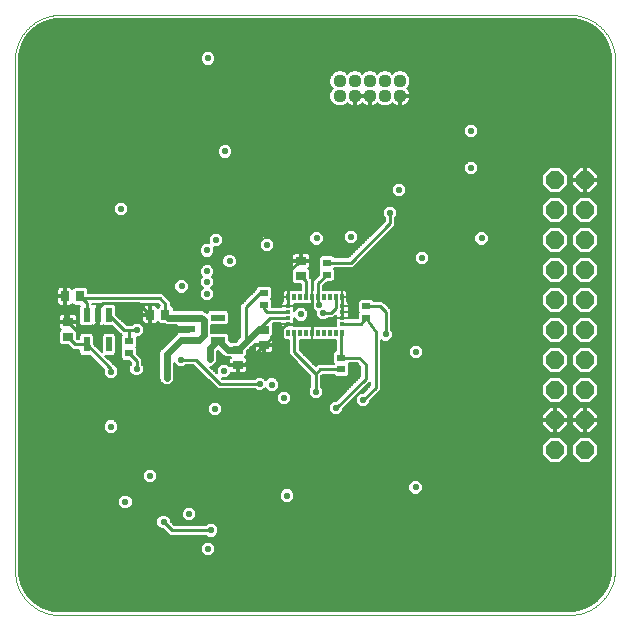
<source format=gbl>
G75*
%MOIN*%
%OFA0B0*%
%FSLAX25Y25*%
%IPPOS*%
%LPD*%
%AMOC8*
5,1,8,0,0,1.08239X$1,22.5*
%
%ADD10C,0.00000*%
%ADD11C,0.04400*%
%ADD12OC8,0.06000*%
%ADD13R,0.01181X0.02067*%
%ADD14R,0.01673X0.01181*%
%ADD15R,0.03543X0.02756*%
%ADD16R,0.02756X0.02362*%
%ADD17R,0.04759X0.02319*%
%ADD18R,0.02756X0.03543*%
%ADD19R,0.02319X0.04759*%
%ADD20C,0.02178*%
%ADD21C,0.01000*%
%ADD22C,0.02400*%
%ADD23C,0.00600*%
%ADD24C,0.16500*%
D10*
X0015800Y0001300D02*
X0185800Y0001300D01*
X0186169Y0001298D01*
X0186537Y0001306D01*
X0186905Y0001322D01*
X0187273Y0001347D01*
X0187640Y0001381D01*
X0188006Y0001424D01*
X0188371Y0001476D01*
X0188735Y0001536D01*
X0189097Y0001605D01*
X0189457Y0001683D01*
X0189815Y0001770D01*
X0190171Y0001865D01*
X0190525Y0001969D01*
X0190876Y0002082D01*
X0191224Y0002202D01*
X0191569Y0002332D01*
X0191911Y0002469D01*
X0192250Y0002615D01*
X0192585Y0002769D01*
X0192916Y0002931D01*
X0193243Y0003101D01*
X0193566Y0003278D01*
X0193884Y0003464D01*
X0194198Y0003657D01*
X0194507Y0003858D01*
X0194811Y0004066D01*
X0195111Y0004281D01*
X0195404Y0004503D01*
X0195693Y0004733D01*
X0195975Y0004969D01*
X0196252Y0005213D01*
X0196523Y0005463D01*
X0196788Y0005719D01*
X0197047Y0005981D01*
X0197299Y0006250D01*
X0197545Y0006525D01*
X0197783Y0006806D01*
X0198015Y0007092D01*
X0198241Y0007384D01*
X0198458Y0007681D01*
X0198669Y0007984D01*
X0198872Y0008291D01*
X0199068Y0008603D01*
X0199256Y0008920D01*
X0199437Y0009242D01*
X0199610Y0009567D01*
X0199774Y0009897D01*
X0199931Y0010231D01*
X0200080Y0010568D01*
X0200220Y0010909D01*
X0200352Y0011253D01*
X0200476Y0011600D01*
X0200592Y0011950D01*
X0200699Y0012303D01*
X0200797Y0012658D01*
X0200887Y0013015D01*
X0200968Y0013375D01*
X0201040Y0013736D01*
X0201104Y0014099D01*
X0201159Y0014464D01*
X0201205Y0014829D01*
X0201242Y0015196D01*
X0201270Y0015564D01*
X0201289Y0015932D01*
X0201300Y0016300D01*
X0201300Y0186300D01*
X0201296Y0186662D01*
X0201282Y0187025D01*
X0201261Y0187387D01*
X0201230Y0187748D01*
X0201191Y0188108D01*
X0201143Y0188467D01*
X0201086Y0188825D01*
X0201021Y0189182D01*
X0200947Y0189537D01*
X0200864Y0189890D01*
X0200773Y0190241D01*
X0200674Y0190589D01*
X0200566Y0190935D01*
X0200450Y0191279D01*
X0200325Y0191619D01*
X0200193Y0191956D01*
X0200052Y0192290D01*
X0199903Y0192621D01*
X0199746Y0192948D01*
X0199582Y0193271D01*
X0199410Y0193590D01*
X0199230Y0193904D01*
X0199042Y0194215D01*
X0198847Y0194520D01*
X0198645Y0194821D01*
X0198435Y0195117D01*
X0198219Y0195407D01*
X0197995Y0195693D01*
X0197765Y0195973D01*
X0197528Y0196247D01*
X0197284Y0196515D01*
X0197034Y0196778D01*
X0196778Y0197034D01*
X0196515Y0197284D01*
X0196247Y0197528D01*
X0195973Y0197765D01*
X0195693Y0197995D01*
X0195407Y0198219D01*
X0195117Y0198435D01*
X0194821Y0198645D01*
X0194520Y0198847D01*
X0194215Y0199042D01*
X0193904Y0199230D01*
X0193590Y0199410D01*
X0193271Y0199582D01*
X0192948Y0199746D01*
X0192621Y0199903D01*
X0192290Y0200052D01*
X0191956Y0200193D01*
X0191619Y0200325D01*
X0191279Y0200450D01*
X0190935Y0200566D01*
X0190589Y0200674D01*
X0190241Y0200773D01*
X0189890Y0200864D01*
X0189537Y0200947D01*
X0189182Y0201021D01*
X0188825Y0201086D01*
X0188467Y0201143D01*
X0188108Y0201191D01*
X0187748Y0201230D01*
X0187387Y0201261D01*
X0187025Y0201282D01*
X0186662Y0201296D01*
X0186300Y0201300D01*
X0016300Y0201300D01*
X0015938Y0201296D01*
X0015575Y0201282D01*
X0015213Y0201261D01*
X0014852Y0201230D01*
X0014492Y0201191D01*
X0014133Y0201143D01*
X0013775Y0201086D01*
X0013418Y0201021D01*
X0013063Y0200947D01*
X0012710Y0200864D01*
X0012359Y0200773D01*
X0012011Y0200674D01*
X0011665Y0200566D01*
X0011321Y0200450D01*
X0010981Y0200325D01*
X0010644Y0200193D01*
X0010310Y0200052D01*
X0009979Y0199903D01*
X0009652Y0199746D01*
X0009329Y0199582D01*
X0009010Y0199410D01*
X0008696Y0199230D01*
X0008385Y0199042D01*
X0008080Y0198847D01*
X0007779Y0198645D01*
X0007483Y0198435D01*
X0007193Y0198219D01*
X0006907Y0197995D01*
X0006627Y0197765D01*
X0006353Y0197528D01*
X0006085Y0197284D01*
X0005822Y0197034D01*
X0005566Y0196778D01*
X0005316Y0196515D01*
X0005072Y0196247D01*
X0004835Y0195973D01*
X0004605Y0195693D01*
X0004381Y0195407D01*
X0004165Y0195117D01*
X0003955Y0194821D01*
X0003753Y0194520D01*
X0003558Y0194215D01*
X0003370Y0193904D01*
X0003190Y0193590D01*
X0003018Y0193271D01*
X0002854Y0192948D01*
X0002697Y0192621D01*
X0002548Y0192290D01*
X0002407Y0191956D01*
X0002275Y0191619D01*
X0002150Y0191279D01*
X0002034Y0190935D01*
X0001926Y0190589D01*
X0001827Y0190241D01*
X0001736Y0189890D01*
X0001653Y0189537D01*
X0001579Y0189182D01*
X0001514Y0188825D01*
X0001457Y0188467D01*
X0001409Y0188108D01*
X0001370Y0187748D01*
X0001339Y0187387D01*
X0001318Y0187025D01*
X0001304Y0186662D01*
X0001300Y0186300D01*
X0001300Y0016300D01*
X0001298Y0015944D01*
X0001305Y0015587D01*
X0001321Y0015231D01*
X0001345Y0014875D01*
X0001378Y0014520D01*
X0001419Y0014166D01*
X0001469Y0013813D01*
X0001527Y0013461D01*
X0001594Y0013111D01*
X0001669Y0012763D01*
X0001753Y0012416D01*
X0001845Y0012072D01*
X0001945Y0011730D01*
X0002053Y0011390D01*
X0002170Y0011053D01*
X0002295Y0010719D01*
X0002428Y0010389D01*
X0002568Y0010061D01*
X0002717Y0009737D01*
X0002873Y0009417D01*
X0003038Y0009100D01*
X0003209Y0008788D01*
X0003389Y0008480D01*
X0003575Y0008176D01*
X0003769Y0007877D01*
X0003970Y0007582D01*
X0004178Y0007293D01*
X0004393Y0007009D01*
X0004615Y0006730D01*
X0004844Y0006456D01*
X0005079Y0006188D01*
X0005320Y0005926D01*
X0005568Y0005670D01*
X0005822Y0005419D01*
X0006082Y0005175D01*
X0006348Y0004938D01*
X0006619Y0004706D01*
X0006896Y0004482D01*
X0007178Y0004264D01*
X0007465Y0004053D01*
X0007758Y0003849D01*
X0008055Y0003652D01*
X0008357Y0003463D01*
X0008663Y0003281D01*
X0008974Y0003106D01*
X0009289Y0002939D01*
X0009608Y0002779D01*
X0009930Y0002627D01*
X0010256Y0002483D01*
X0010586Y0002347D01*
X0010919Y0002219D01*
X0011254Y0002099D01*
X0011593Y0001987D01*
X0011934Y0001884D01*
X0012277Y0001789D01*
X0012623Y0001702D01*
X0012971Y0001623D01*
X0013320Y0001553D01*
X0013671Y0001491D01*
X0014024Y0001438D01*
X0014378Y0001393D01*
X0014732Y0001357D01*
X0015088Y0001329D01*
X0015444Y0001310D01*
X0015800Y0001300D01*
D11*
X0109600Y0174300D03*
X0109600Y0179300D03*
X0114600Y0179300D03*
X0114600Y0174300D03*
X0119600Y0174300D03*
X0119600Y0179300D03*
X0124600Y0179300D03*
X0124600Y0174300D03*
X0129600Y0174300D03*
X0129600Y0179300D03*
D12*
X0181300Y0146300D03*
X0191300Y0146300D03*
X0191300Y0136300D03*
X0181300Y0136300D03*
X0181300Y0126300D03*
X0191300Y0126300D03*
X0191300Y0116300D03*
X0181300Y0116300D03*
X0181300Y0106300D03*
X0191300Y0106300D03*
X0191300Y0096300D03*
X0181300Y0096300D03*
X0181300Y0086300D03*
X0191300Y0086300D03*
X0191300Y0076300D03*
X0181300Y0076300D03*
X0181300Y0066300D03*
X0191300Y0066300D03*
X0191300Y0056300D03*
X0181300Y0056300D03*
D13*
X0110158Y0095148D03*
X0108190Y0095148D03*
X0106221Y0095148D03*
X0104253Y0095148D03*
X0102284Y0095148D03*
X0100316Y0095148D03*
X0098347Y0095148D03*
X0096379Y0095148D03*
X0094410Y0095148D03*
X0092442Y0095148D03*
X0092442Y0107452D03*
X0094410Y0107452D03*
X0096379Y0107452D03*
X0098347Y0107452D03*
X0100316Y0107452D03*
X0102284Y0107452D03*
X0104253Y0107452D03*
X0106221Y0107452D03*
X0108190Y0107452D03*
X0110158Y0107452D03*
D14*
X0110404Y0104253D03*
X0110404Y0102284D03*
X0110404Y0100316D03*
X0110404Y0098347D03*
X0092196Y0098347D03*
X0092196Y0100316D03*
X0092196Y0102284D03*
X0092196Y0104253D03*
D15*
X0084300Y0096459D03*
X0084300Y0091341D03*
X0075700Y0089759D03*
X0075700Y0084641D03*
X0096700Y0114241D03*
X0096700Y0119359D03*
X0018900Y0098959D03*
X0018900Y0093841D03*
D16*
X0039200Y0092469D03*
X0039200Y0088531D03*
X0084300Y0104631D03*
X0084300Y0108569D03*
X0105200Y0114731D03*
X0105200Y0118669D03*
X0118400Y0104169D03*
X0118400Y0100231D03*
X0110100Y0087069D03*
X0110100Y0083131D03*
D17*
X0068934Y0092960D03*
X0068934Y0100440D03*
X0059066Y0100440D03*
X0059066Y0096700D03*
X0059066Y0092960D03*
D18*
X0051459Y0101400D03*
X0046341Y0101400D03*
X0023059Y0107500D03*
X0017941Y0107500D03*
D19*
X0025160Y0101334D03*
X0028900Y0101334D03*
X0032640Y0101334D03*
X0032640Y0091466D03*
X0025160Y0091466D03*
D20*
X0024800Y0081800D03*
X0033400Y0082300D03*
X0041800Y0083200D03*
X0045900Y0089600D03*
X0041900Y0096200D03*
X0056600Y0086400D03*
X0051900Y0080400D03*
X0066200Y0086600D03*
X0070900Y0082600D03*
X0077800Y0074800D03*
X0082800Y0078300D03*
X0086900Y0078100D03*
X0091000Y0073600D03*
X0101600Y0075600D03*
X0108300Y0070200D03*
X0117300Y0072900D03*
X0135050Y0089050D03*
X0127800Y0090800D03*
X0124800Y0094800D03*
X0127800Y0106800D03*
X0137000Y0120300D03*
X0148800Y0129900D03*
X0156800Y0126800D03*
X0153400Y0150200D03*
X0153300Y0162600D03*
X0129200Y0143000D03*
X0126300Y0135300D03*
X0111400Y0138100D03*
X0113300Y0127300D03*
X0101800Y0126800D03*
X0085200Y0124700D03*
X0081200Y0128500D03*
X0072800Y0119300D03*
X0065300Y0115800D03*
X0065300Y0112300D03*
X0065300Y0108300D03*
X0056800Y0110800D03*
X0065300Y0122800D03*
X0068300Y0126300D03*
X0076400Y0109200D03*
X0096600Y0101500D03*
X0102700Y0104500D03*
X0104044Y0102056D03*
X0068000Y0070000D03*
X0053600Y0062300D03*
X0046200Y0047700D03*
X0038100Y0039000D03*
X0050800Y0032400D03*
X0059400Y0034900D03*
X0066700Y0029500D03*
X0065700Y0023300D03*
X0045700Y0010200D03*
X0025500Y0035100D03*
X0033246Y0064100D03*
X0075600Y0047300D03*
X0092000Y0041100D03*
X0109900Y0038700D03*
X0134800Y0043800D03*
X0158300Y0088800D03*
X0071400Y0155800D03*
X0065800Y0172900D03*
X0065600Y0186800D03*
X0041200Y0186200D03*
X0036600Y0136600D03*
X0131400Y0189489D03*
X0147900Y0187600D03*
D21*
X0126300Y0135300D02*
X0126300Y0131800D01*
X0113169Y0118669D01*
X0105200Y0118669D01*
X0105200Y0114731D02*
X0102284Y0111816D01*
X0102284Y0107452D01*
X0102284Y0104916D01*
X0102700Y0104500D01*
X0104044Y0102056D02*
X0106444Y0102056D01*
X0106500Y0102000D01*
X0108190Y0103690D01*
X0108190Y0107452D01*
X0110158Y0107452D02*
X0110404Y0107206D01*
X0110404Y0104253D01*
X0110404Y0102284D01*
X0110404Y0100316D01*
X0110404Y0098347D02*
X0116516Y0098347D01*
X0118400Y0100231D01*
X0121500Y0095754D01*
X0121500Y0077100D01*
X0117300Y0072900D01*
X0118200Y0080100D02*
X0108300Y0070200D01*
X0101600Y0075600D02*
X0101557Y0075643D01*
X0101557Y0081754D01*
X0094410Y0088900D01*
X0094410Y0095148D01*
X0092196Y0098347D02*
X0092094Y0098347D01*
X0084300Y0091341D01*
X0077600Y0084641D01*
X0075700Y0084641D01*
X0069600Y0078300D02*
X0061500Y0086400D01*
X0056600Y0086400D01*
X0049650Y0093350D02*
X0046341Y0096659D01*
X0046341Y0101400D01*
X0042441Y0105300D01*
X0030500Y0105300D01*
X0028900Y0103700D01*
X0028900Y0101334D01*
X0028900Y0099000D01*
X0026800Y0096900D01*
X0020959Y0096900D01*
X0018900Y0098959D01*
X0017941Y0099918D01*
X0017941Y0107500D01*
X0023059Y0107500D02*
X0023659Y0106900D01*
X0049600Y0106900D01*
X0051459Y0105041D01*
X0051459Y0101400D01*
X0041900Y0096200D02*
X0039100Y0096200D01*
X0039200Y0096100D01*
X0039200Y0092469D01*
X0039100Y0096200D02*
X0037774Y0096200D01*
X0032640Y0101334D01*
X0025160Y0101334D02*
X0025160Y0105399D01*
X0023059Y0107500D01*
X0018900Y0093841D02*
X0021275Y0091466D01*
X0025160Y0091466D01*
X0033400Y0083226D01*
X0033400Y0082300D01*
X0041800Y0083200D02*
X0041800Y0085931D01*
X0039200Y0088531D01*
X0045660Y0089360D02*
X0045900Y0089600D01*
X0024869Y0081869D02*
X0024800Y0081800D01*
X0069600Y0078300D02*
X0082800Y0078300D01*
X0078020Y0092080D02*
X0078200Y0092259D01*
X0078200Y0103846D01*
X0082922Y0108569D01*
X0084300Y0108569D01*
X0084300Y0104631D02*
X0084300Y0103254D01*
X0085269Y0102284D01*
X0092196Y0102284D01*
X0092196Y0100316D02*
X0086257Y0100316D01*
X0082485Y0096544D01*
X0084300Y0096459D02*
X0084368Y0096544D01*
X0092196Y0098347D02*
X0100353Y0098347D01*
X0100400Y0098300D01*
X0100316Y0098216D01*
X0100316Y0107452D01*
X0100400Y0107367D01*
X0098347Y0107452D02*
X0098347Y0112594D01*
X0096700Y0114241D01*
X0092442Y0115888D02*
X0083088Y0115888D01*
X0076400Y0109200D01*
X0092196Y0107206D02*
X0092196Y0104253D01*
X0092196Y0107206D02*
X0092442Y0107452D01*
X0092442Y0115888D01*
X0096700Y0119359D01*
X0100316Y0098216D02*
X0100316Y0095148D01*
X0110100Y0095090D02*
X0110100Y0087069D01*
X0115931Y0087069D01*
X0118200Y0084800D01*
X0118200Y0080100D01*
X0110100Y0083131D02*
X0102935Y0083131D01*
X0101557Y0081754D01*
X0110100Y0095090D02*
X0110158Y0095148D01*
X0118400Y0104169D02*
X0123031Y0104169D01*
X0124800Y0102400D01*
X0124800Y0094800D01*
X0053700Y0029500D02*
X0050800Y0032400D01*
X0053700Y0029500D02*
X0066700Y0029500D01*
D22*
X0051900Y0080400D02*
X0051900Y0088200D01*
X0056660Y0092960D01*
X0059066Y0092960D01*
X0062660Y0092960D01*
X0064200Y0094500D01*
X0064200Y0099500D01*
X0063260Y0100440D01*
X0059066Y0100440D01*
X0052419Y0100440D01*
X0051459Y0101400D01*
X0053000Y0096700D02*
X0049650Y0093350D01*
X0045900Y0089600D01*
X0053000Y0096700D02*
X0059066Y0096700D01*
X0066200Y0090226D02*
X0066200Y0086600D01*
X0066200Y0090226D02*
X0068934Y0092960D01*
X0072135Y0089759D01*
X0075700Y0089759D01*
X0078020Y0092080D01*
X0082485Y0096544D01*
X0084368Y0096544D01*
D23*
X0006552Y0006687D02*
X0195749Y0006687D01*
X0196367Y0007285D02*
X0005973Y0007285D01*
X0005394Y0007884D02*
X0196983Y0007884D01*
X0196978Y0007876D02*
X0194361Y0005343D01*
X0191177Y0003574D01*
X0187644Y0002689D01*
X0185825Y0002600D01*
X0185811Y0002600D01*
X0185283Y0002609D01*
X0185274Y0002600D01*
X0015820Y0002600D01*
X0014068Y0002745D01*
X0010692Y0003711D01*
X0007681Y0005518D01*
X0005240Y0008043D01*
X0003536Y0011113D01*
X0002685Y0014520D01*
X0002600Y0016274D01*
X0002600Y0016289D01*
X0002609Y0016816D01*
X0002600Y0016826D01*
X0002600Y0186300D01*
X0002717Y0188088D01*
X0003643Y0191543D01*
X0005431Y0194640D01*
X0007960Y0197169D01*
X0011057Y0198957D01*
X0014512Y0199883D01*
X0016300Y0200000D01*
X0186300Y0200000D01*
X0188088Y0199883D01*
X0191543Y0198957D01*
X0194640Y0197169D01*
X0197169Y0194640D01*
X0198957Y0191543D01*
X0199883Y0188088D01*
X0200000Y0186300D01*
X0200000Y0016319D01*
X0199851Y0014502D01*
X0198851Y0011000D01*
X0196978Y0007876D01*
X0197341Y0008482D02*
X0004997Y0008482D01*
X0004665Y0009081D02*
X0197700Y0009081D01*
X0198059Y0009679D02*
X0004332Y0009679D01*
X0004000Y0010278D02*
X0198418Y0010278D01*
X0198776Y0010876D02*
X0003668Y0010876D01*
X0003446Y0011475D02*
X0198986Y0011475D01*
X0199157Y0012073D02*
X0003297Y0012073D01*
X0003147Y0012672D02*
X0199328Y0012672D01*
X0199499Y0013270D02*
X0002997Y0013270D01*
X0002848Y0013869D02*
X0199670Y0013869D01*
X0199841Y0014467D02*
X0002698Y0014467D01*
X0002659Y0015066D02*
X0199897Y0015066D01*
X0199946Y0015664D02*
X0002630Y0015664D01*
X0002601Y0016263D02*
X0199995Y0016263D01*
X0200000Y0016861D02*
X0002600Y0016861D01*
X0002600Y0017460D02*
X0200000Y0017460D01*
X0200000Y0018058D02*
X0002600Y0018058D01*
X0002600Y0018657D02*
X0200000Y0018657D01*
X0200000Y0019255D02*
X0002600Y0019255D01*
X0002600Y0019854D02*
X0200000Y0019854D01*
X0200000Y0020452D02*
X0002600Y0020452D01*
X0002600Y0021051D02*
X0064571Y0021051D01*
X0064710Y0020911D02*
X0066690Y0020911D01*
X0068089Y0022310D01*
X0068089Y0024290D01*
X0066690Y0025689D01*
X0064710Y0025689D01*
X0063311Y0024290D01*
X0063311Y0022310D01*
X0064710Y0020911D01*
X0063972Y0021649D02*
X0002600Y0021649D01*
X0002600Y0022248D02*
X0063374Y0022248D01*
X0063311Y0022846D02*
X0002600Y0022846D01*
X0002600Y0023445D02*
X0063311Y0023445D01*
X0063311Y0024043D02*
X0002600Y0024043D01*
X0002600Y0024642D02*
X0063663Y0024642D01*
X0064262Y0025240D02*
X0002600Y0025240D01*
X0002600Y0025839D02*
X0200000Y0025839D01*
X0200000Y0026437D02*
X0002600Y0026437D01*
X0002600Y0027036D02*
X0200000Y0027036D01*
X0200000Y0027634D02*
X0068213Y0027634D01*
X0067690Y0027111D02*
X0069089Y0028510D01*
X0069089Y0030490D01*
X0067690Y0031889D01*
X0065710Y0031889D01*
X0065121Y0031300D01*
X0054446Y0031300D01*
X0053189Y0032557D01*
X0053189Y0033390D01*
X0051790Y0034789D01*
X0049810Y0034789D01*
X0048411Y0033390D01*
X0048411Y0031410D01*
X0049810Y0030011D01*
X0050643Y0030011D01*
X0051900Y0028754D01*
X0052954Y0027700D01*
X0065121Y0027700D01*
X0065710Y0027111D01*
X0067690Y0027111D01*
X0068812Y0028233D02*
X0200000Y0028233D01*
X0200000Y0028832D02*
X0069089Y0028832D01*
X0069089Y0029430D02*
X0200000Y0029430D01*
X0200000Y0030029D02*
X0069089Y0030029D01*
X0068951Y0030627D02*
X0200000Y0030627D01*
X0200000Y0031226D02*
X0068353Y0031226D01*
X0067754Y0031824D02*
X0200000Y0031824D01*
X0200000Y0032423D02*
X0053323Y0032423D01*
X0053189Y0033021D02*
X0057900Y0033021D01*
X0058410Y0032511D02*
X0060390Y0032511D01*
X0061789Y0033910D01*
X0061789Y0035890D01*
X0060390Y0037289D01*
X0058410Y0037289D01*
X0057011Y0035890D01*
X0057011Y0033910D01*
X0058410Y0032511D01*
X0057302Y0033620D02*
X0052959Y0033620D01*
X0052360Y0034218D02*
X0057011Y0034218D01*
X0057011Y0034817D02*
X0002600Y0034817D01*
X0002600Y0035415D02*
X0057011Y0035415D01*
X0057135Y0036014D02*
X0002600Y0036014D01*
X0002600Y0036612D02*
X0037109Y0036612D01*
X0037110Y0036611D02*
X0039090Y0036611D01*
X0040489Y0038010D01*
X0040489Y0039990D01*
X0039090Y0041389D01*
X0037110Y0041389D01*
X0035711Y0039990D01*
X0035711Y0038010D01*
X0037110Y0036611D01*
X0036511Y0037211D02*
X0002600Y0037211D01*
X0002600Y0037809D02*
X0035912Y0037809D01*
X0035711Y0038408D02*
X0002600Y0038408D01*
X0002600Y0039006D02*
X0035711Y0039006D01*
X0035711Y0039605D02*
X0002600Y0039605D01*
X0002600Y0040203D02*
X0035925Y0040203D01*
X0036523Y0040802D02*
X0002600Y0040802D01*
X0002600Y0041400D02*
X0089611Y0041400D01*
X0089611Y0040802D02*
X0039677Y0040802D01*
X0040275Y0040203D02*
X0089611Y0040203D01*
X0089611Y0040110D02*
X0091010Y0038711D01*
X0092990Y0038711D01*
X0094389Y0040110D01*
X0094389Y0042090D01*
X0092990Y0043489D01*
X0091010Y0043489D01*
X0089611Y0042090D01*
X0089611Y0040110D01*
X0090117Y0039605D02*
X0040489Y0039605D01*
X0040489Y0039006D02*
X0090715Y0039006D01*
X0093285Y0039006D02*
X0200000Y0039006D01*
X0200000Y0038408D02*
X0040489Y0038408D01*
X0040288Y0037809D02*
X0200000Y0037809D01*
X0200000Y0037211D02*
X0060468Y0037211D01*
X0061066Y0036612D02*
X0200000Y0036612D01*
X0200000Y0036014D02*
X0061665Y0036014D01*
X0061789Y0035415D02*
X0200000Y0035415D01*
X0200000Y0034817D02*
X0061789Y0034817D01*
X0061789Y0034218D02*
X0200000Y0034218D01*
X0200000Y0033620D02*
X0061498Y0033620D01*
X0060900Y0033021D02*
X0200000Y0033021D01*
X0200000Y0039605D02*
X0093883Y0039605D01*
X0094389Y0040203D02*
X0200000Y0040203D01*
X0200000Y0040802D02*
X0094389Y0040802D01*
X0094389Y0041400D02*
X0200000Y0041400D01*
X0200000Y0041999D02*
X0136377Y0041999D01*
X0135790Y0041411D02*
X0137189Y0042810D01*
X0137189Y0044790D01*
X0135790Y0046189D01*
X0133810Y0046189D01*
X0132411Y0044790D01*
X0132411Y0042810D01*
X0133810Y0041411D01*
X0135790Y0041411D01*
X0136976Y0042597D02*
X0200000Y0042597D01*
X0200000Y0043196D02*
X0137189Y0043196D01*
X0137189Y0043794D02*
X0200000Y0043794D01*
X0200000Y0044393D02*
X0137189Y0044393D01*
X0136987Y0044991D02*
X0200000Y0044991D01*
X0200000Y0045590D02*
X0136389Y0045590D01*
X0135790Y0046188D02*
X0200000Y0046188D01*
X0200000Y0046787D02*
X0048589Y0046787D01*
X0048589Y0046710D02*
X0047190Y0045311D01*
X0045210Y0045311D01*
X0043811Y0046710D01*
X0043811Y0048690D01*
X0045210Y0050089D01*
X0047190Y0050089D01*
X0048589Y0048690D01*
X0048589Y0046710D01*
X0048589Y0047385D02*
X0200000Y0047385D01*
X0200000Y0047984D02*
X0048589Y0047984D01*
X0048589Y0048582D02*
X0200000Y0048582D01*
X0200000Y0049181D02*
X0048098Y0049181D01*
X0047499Y0049779D02*
X0200000Y0049779D01*
X0200000Y0050378D02*
X0002600Y0050378D01*
X0002600Y0050976D02*
X0200000Y0050976D01*
X0200000Y0051575D02*
X0002600Y0051575D01*
X0002600Y0052173D02*
X0179345Y0052173D01*
X0179519Y0052000D02*
X0183081Y0052000D01*
X0185600Y0054519D01*
X0185600Y0058081D01*
X0183081Y0060600D01*
X0179519Y0060600D01*
X0177000Y0058081D01*
X0177000Y0054519D01*
X0179519Y0052000D01*
X0178747Y0052772D02*
X0002600Y0052772D01*
X0002600Y0053370D02*
X0178148Y0053370D01*
X0177550Y0053969D02*
X0002600Y0053969D01*
X0002600Y0054568D02*
X0177000Y0054568D01*
X0177000Y0055166D02*
X0002600Y0055166D01*
X0002600Y0055765D02*
X0177000Y0055765D01*
X0177000Y0056363D02*
X0002600Y0056363D01*
X0002600Y0056962D02*
X0177000Y0056962D01*
X0177000Y0057560D02*
X0002600Y0057560D01*
X0002600Y0058159D02*
X0177077Y0058159D01*
X0177676Y0058757D02*
X0002600Y0058757D01*
X0002600Y0059356D02*
X0178274Y0059356D01*
X0178873Y0059954D02*
X0002600Y0059954D01*
X0002600Y0060553D02*
X0179472Y0060553D01*
X0179519Y0062000D02*
X0177000Y0064519D01*
X0177000Y0066000D01*
X0181000Y0066000D01*
X0181000Y0066600D01*
X0181000Y0070600D01*
X0179519Y0070600D01*
X0177000Y0068081D01*
X0177000Y0066600D01*
X0181000Y0066600D01*
X0181600Y0066600D01*
X0181600Y0070600D01*
X0183081Y0070600D01*
X0185600Y0068081D01*
X0185600Y0066600D01*
X0181600Y0066600D01*
X0181600Y0066000D01*
X0185600Y0066000D01*
X0185600Y0064519D01*
X0183081Y0062000D01*
X0181600Y0062000D01*
X0181600Y0066000D01*
X0181000Y0066000D01*
X0181000Y0062000D01*
X0179519Y0062000D01*
X0179171Y0062348D02*
X0034873Y0062348D01*
X0034275Y0061750D02*
X0200000Y0061750D01*
X0200000Y0062348D02*
X0193429Y0062348D01*
X0193081Y0062000D02*
X0195600Y0064519D01*
X0195600Y0066000D01*
X0191600Y0066000D01*
X0191600Y0066600D01*
X0191000Y0066600D01*
X0191000Y0070600D01*
X0189519Y0070600D01*
X0187000Y0068081D01*
X0187000Y0066600D01*
X0191000Y0066600D01*
X0191000Y0066000D01*
X0187000Y0066000D01*
X0187000Y0064519D01*
X0189519Y0062000D01*
X0191000Y0062000D01*
X0191000Y0066000D01*
X0191600Y0066000D01*
X0191600Y0062000D01*
X0193081Y0062000D01*
X0194028Y0062947D02*
X0200000Y0062947D01*
X0200000Y0063545D02*
X0194626Y0063545D01*
X0195225Y0064144D02*
X0200000Y0064144D01*
X0200000Y0064742D02*
X0195600Y0064742D01*
X0195600Y0065341D02*
X0200000Y0065341D01*
X0200000Y0065939D02*
X0195600Y0065939D01*
X0195600Y0066600D02*
X0195600Y0068081D01*
X0193081Y0070600D01*
X0191600Y0070600D01*
X0191600Y0066600D01*
X0195600Y0066600D01*
X0195600Y0067136D02*
X0200000Y0067136D01*
X0200000Y0066538D02*
X0191600Y0066538D01*
X0191600Y0067136D02*
X0191000Y0067136D01*
X0191000Y0066538D02*
X0181600Y0066538D01*
X0181600Y0067136D02*
X0181000Y0067136D01*
X0181000Y0066538D02*
X0002600Y0066538D01*
X0002600Y0067136D02*
X0177000Y0067136D01*
X0177000Y0067735D02*
X0069113Y0067735D01*
X0068990Y0067611D02*
X0070389Y0069010D01*
X0070389Y0070990D01*
X0068990Y0072389D01*
X0067010Y0072389D01*
X0065611Y0070990D01*
X0065611Y0069010D01*
X0067010Y0067611D01*
X0068990Y0067611D01*
X0069712Y0068333D02*
X0106788Y0068333D01*
X0107310Y0067811D02*
X0109290Y0067811D01*
X0110689Y0069210D01*
X0110689Y0070043D01*
X0119700Y0079054D01*
X0119700Y0077846D01*
X0117143Y0075289D01*
X0116310Y0075289D01*
X0114911Y0073890D01*
X0114911Y0071910D01*
X0116310Y0070511D01*
X0118290Y0070511D01*
X0119689Y0071910D01*
X0119689Y0072743D01*
X0122246Y0075300D01*
X0123300Y0076354D01*
X0123300Y0092921D01*
X0123810Y0092411D01*
X0125790Y0092411D01*
X0127189Y0093810D01*
X0127189Y0095790D01*
X0126600Y0096379D01*
X0126600Y0103146D01*
X0124831Y0104914D01*
X0123777Y0105968D01*
X0120998Y0105968D01*
X0120316Y0106650D01*
X0116484Y0106650D01*
X0115722Y0105888D01*
X0115722Y0102449D01*
X0115971Y0102200D01*
X0115722Y0101951D01*
X0115722Y0100147D01*
X0112541Y0100147D01*
X0112541Y0100316D01*
X0112541Y0101077D01*
X0112481Y0101300D01*
X0112541Y0101523D01*
X0112541Y0102284D01*
X0110404Y0102284D01*
X0110404Y0102284D01*
X0110404Y0102206D01*
X0110404Y0100316D01*
X0110404Y0100316D01*
X0108268Y0100316D01*
X0108268Y0101077D01*
X0108321Y0101275D01*
X0108300Y0101254D01*
X0107246Y0100200D01*
X0105754Y0100200D01*
X0105698Y0100256D01*
X0105622Y0100256D01*
X0105033Y0099667D01*
X0103054Y0099667D01*
X0101655Y0101067D01*
X0101655Y0102167D01*
X0100311Y0103510D01*
X0100311Y0105118D01*
X0099554Y0105118D01*
X0099493Y0105135D01*
X0099476Y0105118D01*
X0094304Y0105118D01*
X0094332Y0105014D01*
X0094332Y0104253D01*
X0092196Y0104253D01*
X0092196Y0104253D01*
X0094332Y0104253D01*
X0094332Y0103491D01*
X0094316Y0103430D01*
X0094332Y0103413D01*
X0094332Y0102611D01*
X0095610Y0103889D01*
X0097590Y0103889D01*
X0098989Y0102490D01*
X0098989Y0100510D01*
X0097590Y0099111D01*
X0095610Y0099111D01*
X0094332Y0100389D01*
X0094332Y0099187D01*
X0094316Y0099170D01*
X0094332Y0099109D01*
X0094332Y0098347D01*
X0092196Y0098347D01*
X0092196Y0098347D01*
X0094332Y0098347D01*
X0094332Y0097586D01*
X0094304Y0097482D01*
X0099476Y0097482D01*
X0099493Y0097465D01*
X0099554Y0097482D01*
X0100316Y0097482D01*
X0100316Y0095149D01*
X0100316Y0095149D01*
X0100316Y0097482D01*
X0101077Y0097482D01*
X0101139Y0097465D01*
X0101155Y0097482D01*
X0108268Y0097482D01*
X0108268Y0099476D01*
X0108284Y0099493D01*
X0108268Y0099554D01*
X0108268Y0100316D01*
X0110404Y0100316D01*
X0110404Y0100316D01*
X0110404Y0102284D01*
X0110404Y0104175D01*
X0110404Y0104253D01*
X0110404Y0104253D01*
X0112541Y0104253D01*
X0112541Y0105014D01*
X0112452Y0105345D01*
X0112281Y0105642D01*
X0112039Y0105884D01*
X0111963Y0105927D01*
X0112049Y0106247D01*
X0112049Y0107452D01*
X0112049Y0108656D01*
X0111960Y0108987D01*
X0111789Y0109283D01*
X0111547Y0109525D01*
X0111251Y0109696D01*
X0110920Y0109785D01*
X0110158Y0109785D01*
X0109397Y0109785D01*
X0109335Y0109769D01*
X0109319Y0109785D01*
X0104084Y0109785D01*
X0104084Y0111070D01*
X0105264Y0112250D01*
X0107116Y0112250D01*
X0107878Y0113012D01*
X0107878Y0116451D01*
X0107629Y0116700D01*
X0107798Y0116869D01*
X0113914Y0116869D01*
X0114968Y0117923D01*
X0128100Y0131054D01*
X0128100Y0133721D01*
X0128689Y0134310D01*
X0128689Y0136290D01*
X0127290Y0137689D01*
X0125310Y0137689D01*
X0123911Y0136290D01*
X0123911Y0134310D01*
X0124500Y0133721D01*
X0124500Y0132546D01*
X0112423Y0120468D01*
X0107798Y0120468D01*
X0107116Y0121150D01*
X0103284Y0121150D01*
X0102522Y0120388D01*
X0102522Y0116949D01*
X0102771Y0116700D01*
X0102522Y0116451D01*
X0102522Y0114599D01*
X0101539Y0113616D01*
X0100484Y0112561D01*
X0100484Y0109785D01*
X0100316Y0109785D01*
X0100316Y0107452D01*
X0100316Y0107452D01*
X0100316Y0109785D01*
X0100147Y0109785D01*
X0100147Y0113339D01*
X0099772Y0113715D01*
X0099772Y0116157D01*
X0099091Y0116838D01*
X0099270Y0116941D01*
X0099512Y0117183D01*
X0099683Y0117479D01*
X0099772Y0117810D01*
X0099772Y0119059D01*
X0097000Y0119059D01*
X0097000Y0119659D01*
X0099772Y0119659D01*
X0099772Y0120908D01*
X0099683Y0121239D01*
X0099512Y0121535D01*
X0099270Y0121777D01*
X0098973Y0121948D01*
X0098643Y0122037D01*
X0097000Y0122037D01*
X0097000Y0119659D01*
X0096400Y0119659D01*
X0096400Y0119059D01*
X0093628Y0119059D01*
X0093628Y0117810D01*
X0093717Y0117479D01*
X0093888Y0117183D01*
X0094130Y0116941D01*
X0094309Y0116838D01*
X0093628Y0116157D01*
X0093628Y0112325D01*
X0094390Y0111563D01*
X0096547Y0111563D01*
X0096547Y0109785D01*
X0093281Y0109785D01*
X0093265Y0109769D01*
X0093203Y0109785D01*
X0092442Y0109785D01*
X0092442Y0107452D01*
X0092442Y0107452D01*
X0092442Y0109785D01*
X0091680Y0109785D01*
X0091349Y0109696D01*
X0091053Y0109525D01*
X0090811Y0109283D01*
X0090640Y0108987D01*
X0090551Y0108656D01*
X0090551Y0107452D01*
X0092442Y0107452D01*
X0092442Y0107452D01*
X0090551Y0107452D01*
X0090551Y0106247D01*
X0090637Y0105927D01*
X0090561Y0105884D01*
X0090319Y0105642D01*
X0090148Y0105345D01*
X0090059Y0105014D01*
X0090059Y0104253D01*
X0092196Y0104253D01*
X0092196Y0104253D01*
X0090059Y0104253D01*
X0090059Y0104084D01*
X0086978Y0104084D01*
X0086978Y0106351D01*
X0086729Y0106600D01*
X0086978Y0106849D01*
X0086978Y0110288D01*
X0086216Y0111050D01*
X0082384Y0111050D01*
X0081622Y0110288D01*
X0081622Y0109814D01*
X0076400Y0104592D01*
X0076400Y0093995D01*
X0075901Y0093496D01*
X0074842Y0092437D01*
X0073390Y0092437D01*
X0073212Y0092259D01*
X0073171Y0092259D01*
X0072614Y0092816D01*
X0072614Y0094658D01*
X0071852Y0095419D01*
X0069529Y0095419D01*
X0069432Y0095460D01*
X0068437Y0095460D01*
X0068340Y0095419D01*
X0066700Y0095419D01*
X0066700Y0097981D01*
X0071852Y0097981D01*
X0072614Y0098742D01*
X0072614Y0102138D01*
X0071852Y0102900D01*
X0066016Y0102900D01*
X0065255Y0102138D01*
X0065255Y0101981D01*
X0064676Y0102560D01*
X0063757Y0102940D01*
X0054137Y0102940D01*
X0054137Y0103710D01*
X0053375Y0104472D01*
X0053259Y0104472D01*
X0053259Y0105787D01*
X0051400Y0107646D01*
X0050346Y0108700D01*
X0025737Y0108700D01*
X0025737Y0109810D01*
X0024975Y0110572D01*
X0021143Y0110572D01*
X0020462Y0109891D01*
X0020359Y0110070D01*
X0020117Y0110312D01*
X0019821Y0110483D01*
X0019490Y0110572D01*
X0018241Y0110572D01*
X0018241Y0107800D01*
X0017641Y0107800D01*
X0017641Y0110572D01*
X0016392Y0110572D01*
X0016061Y0110483D01*
X0015765Y0110312D01*
X0015523Y0110070D01*
X0015352Y0109773D01*
X0015263Y0109443D01*
X0015263Y0107800D01*
X0017641Y0107800D01*
X0017641Y0107200D01*
X0018241Y0107200D01*
X0018241Y0104428D01*
X0019490Y0104428D01*
X0019821Y0104517D01*
X0020117Y0104688D01*
X0020359Y0104930D01*
X0020462Y0105109D01*
X0021143Y0104428D01*
X0022876Y0104428D01*
X0022700Y0104252D01*
X0022700Y0098416D01*
X0023462Y0097655D01*
X0026858Y0097655D01*
X0027053Y0097850D01*
X0027239Y0097743D01*
X0027569Y0097655D01*
X0028620Y0097655D01*
X0028620Y0101054D01*
X0029180Y0101054D01*
X0029180Y0097655D01*
X0030231Y0097655D01*
X0030561Y0097743D01*
X0030747Y0097850D01*
X0030942Y0097655D01*
X0033774Y0097655D01*
X0035974Y0095454D01*
X0036881Y0094547D01*
X0036522Y0094188D01*
X0036522Y0090749D01*
X0036771Y0090500D01*
X0036522Y0090251D01*
X0036522Y0086812D01*
X0037284Y0086050D01*
X0039136Y0086050D01*
X0040000Y0085186D01*
X0040000Y0084779D01*
X0039411Y0084190D01*
X0039411Y0082210D01*
X0040810Y0080811D01*
X0042790Y0080811D01*
X0044189Y0082210D01*
X0044189Y0084190D01*
X0043600Y0084779D01*
X0043600Y0086677D01*
X0042546Y0087731D01*
X0041878Y0088399D01*
X0041878Y0090251D01*
X0041629Y0090500D01*
X0041878Y0090749D01*
X0041878Y0093811D01*
X0042890Y0093811D01*
X0044289Y0095210D01*
X0044289Y0097190D01*
X0042890Y0098589D01*
X0040910Y0098589D01*
X0040321Y0098000D01*
X0038520Y0098000D01*
X0035100Y0101420D01*
X0035100Y0104252D01*
X0034338Y0105014D01*
X0030942Y0105014D01*
X0030747Y0104818D01*
X0030561Y0104925D01*
X0030231Y0105014D01*
X0029180Y0105014D01*
X0029180Y0101614D01*
X0028620Y0101614D01*
X0028620Y0105014D01*
X0027569Y0105014D01*
X0027239Y0104925D01*
X0027053Y0104818D01*
X0026960Y0104912D01*
X0026960Y0105100D01*
X0048854Y0105100D01*
X0049513Y0104442D01*
X0048862Y0103791D01*
X0048759Y0103970D01*
X0048517Y0104212D01*
X0048221Y0104383D01*
X0047890Y0104472D01*
X0046641Y0104472D01*
X0046641Y0101700D01*
X0046041Y0101700D01*
X0046041Y0104472D01*
X0044792Y0104472D01*
X0044461Y0104383D01*
X0044165Y0104212D01*
X0043923Y0103970D01*
X0043752Y0103673D01*
X0043663Y0103343D01*
X0043663Y0101700D01*
X0046041Y0101700D01*
X0046041Y0101100D01*
X0046641Y0101100D01*
X0046641Y0098328D01*
X0047890Y0098328D01*
X0048221Y0098417D01*
X0048517Y0098588D01*
X0048759Y0098830D01*
X0048862Y0099009D01*
X0049543Y0098328D01*
X0050995Y0098328D01*
X0051003Y0098321D01*
X0051922Y0097940D01*
X0055386Y0097940D01*
X0055386Y0096980D01*
X0058786Y0096980D01*
X0058786Y0096420D01*
X0055386Y0096420D01*
X0055386Y0095369D01*
X0055442Y0095161D01*
X0055244Y0095079D01*
X0050484Y0090319D01*
X0049781Y0089616D01*
X0049400Y0088697D01*
X0049400Y0079903D01*
X0049511Y0079635D01*
X0049511Y0079410D01*
X0049670Y0079252D01*
X0049781Y0078984D01*
X0050484Y0078281D01*
X0050752Y0078170D01*
X0050910Y0078011D01*
X0051135Y0078011D01*
X0051403Y0077900D01*
X0052397Y0077900D01*
X0052665Y0078011D01*
X0052890Y0078011D01*
X0053048Y0078170D01*
X0053316Y0078281D01*
X0054019Y0078984D01*
X0054130Y0079252D01*
X0054289Y0079410D01*
X0054289Y0079635D01*
X0054400Y0079903D01*
X0054400Y0085221D01*
X0055610Y0084011D01*
X0057590Y0084011D01*
X0058179Y0084600D01*
X0060754Y0084600D01*
X0068854Y0076500D01*
X0081221Y0076500D01*
X0081810Y0075911D01*
X0083790Y0075911D01*
X0084750Y0076871D01*
X0085910Y0075711D01*
X0087890Y0075711D01*
X0089289Y0077110D01*
X0089289Y0079090D01*
X0087890Y0080489D01*
X0085910Y0080489D01*
X0084950Y0079529D01*
X0083790Y0080689D01*
X0081810Y0080689D01*
X0081221Y0080100D01*
X0070346Y0080100D01*
X0070235Y0080211D01*
X0071890Y0080211D01*
X0073289Y0081610D01*
X0073289Y0082131D01*
X0073427Y0082052D01*
X0073757Y0081963D01*
X0075400Y0081963D01*
X0075400Y0084341D01*
X0072628Y0084341D01*
X0072628Y0084250D01*
X0071890Y0084989D01*
X0069910Y0084989D01*
X0068511Y0083590D01*
X0068511Y0081935D01*
X0066346Y0084100D01*
X0066697Y0084100D01*
X0066965Y0084211D01*
X0067190Y0084211D01*
X0067348Y0084370D01*
X0067616Y0084481D01*
X0068319Y0085184D01*
X0068430Y0085452D01*
X0068589Y0085610D01*
X0068589Y0085835D01*
X0068700Y0086103D01*
X0068700Y0089190D01*
X0068934Y0089424D01*
X0070016Y0088343D01*
X0070719Y0087640D01*
X0071638Y0087259D01*
X0073212Y0087259D01*
X0073309Y0087162D01*
X0073130Y0087059D01*
X0072888Y0086817D01*
X0072717Y0086521D01*
X0072628Y0086190D01*
X0072628Y0084941D01*
X0075400Y0084941D01*
X0075400Y0084341D01*
X0076000Y0084341D01*
X0076000Y0084941D01*
X0078772Y0084941D01*
X0078772Y0086190D01*
X0078683Y0086521D01*
X0078512Y0086817D01*
X0078270Y0087059D01*
X0078091Y0087162D01*
X0078772Y0087843D01*
X0078772Y0089295D01*
X0079437Y0089960D01*
X0081228Y0091752D01*
X0081228Y0091641D01*
X0084000Y0091641D01*
X0084000Y0091041D01*
X0081228Y0091041D01*
X0081228Y0089792D01*
X0081317Y0089461D01*
X0081488Y0089165D01*
X0081730Y0088923D01*
X0082027Y0088752D01*
X0082357Y0088663D01*
X0084000Y0088663D01*
X0084000Y0091041D01*
X0084600Y0091041D01*
X0084600Y0091641D01*
X0087372Y0091641D01*
X0087372Y0092890D01*
X0087283Y0093221D01*
X0087112Y0093517D01*
X0086870Y0093759D01*
X0086691Y0093862D01*
X0087372Y0094543D01*
X0087372Y0098375D01*
X0087231Y0098516D01*
X0090059Y0098516D01*
X0090059Y0098347D01*
X0090059Y0097586D01*
X0090148Y0097255D01*
X0090319Y0096958D01*
X0090554Y0096723D01*
X0090551Y0096720D01*
X0090551Y0093576D01*
X0091313Y0092815D01*
X0092610Y0092815D01*
X0092610Y0088154D01*
X0099757Y0081008D01*
X0099757Y0077135D01*
X0099211Y0076590D01*
X0099211Y0074610D01*
X0100610Y0073211D01*
X0102590Y0073211D01*
X0103989Y0074610D01*
X0103989Y0076590D01*
X0103357Y0077222D01*
X0103357Y0081008D01*
X0103680Y0081331D01*
X0107502Y0081331D01*
X0108184Y0080650D01*
X0112016Y0080650D01*
X0112778Y0081412D01*
X0112778Y0084851D01*
X0112529Y0085100D01*
X0112698Y0085269D01*
X0115186Y0085269D01*
X0116400Y0084054D01*
X0116400Y0080846D01*
X0108143Y0072589D01*
X0107310Y0072589D01*
X0105911Y0071190D01*
X0105911Y0069210D01*
X0107310Y0067811D01*
X0106190Y0068932D02*
X0070310Y0068932D01*
X0070389Y0069530D02*
X0105911Y0069530D01*
X0105911Y0070129D02*
X0070389Y0070129D01*
X0070389Y0070727D02*
X0105911Y0070727D01*
X0106047Y0071326D02*
X0092104Y0071326D01*
X0091990Y0071211D02*
X0093389Y0072610D01*
X0093389Y0074590D01*
X0091990Y0075989D01*
X0090010Y0075989D01*
X0088611Y0074590D01*
X0088611Y0072610D01*
X0090010Y0071211D01*
X0091990Y0071211D01*
X0092703Y0071924D02*
X0106646Y0071924D01*
X0107244Y0072523D02*
X0093301Y0072523D01*
X0093389Y0073121D02*
X0108676Y0073121D01*
X0109274Y0073720D02*
X0103098Y0073720D01*
X0103697Y0074318D02*
X0109873Y0074318D01*
X0110471Y0074917D02*
X0103989Y0074917D01*
X0103989Y0075515D02*
X0111070Y0075515D01*
X0111668Y0076114D02*
X0103989Y0076114D01*
X0103866Y0076712D02*
X0112267Y0076712D01*
X0112865Y0077311D02*
X0103357Y0077311D01*
X0103357Y0077909D02*
X0113464Y0077909D01*
X0114062Y0078508D02*
X0103357Y0078508D01*
X0103357Y0079106D02*
X0114661Y0079106D01*
X0115259Y0079705D02*
X0103357Y0079705D01*
X0103357Y0080303D02*
X0115858Y0080303D01*
X0116400Y0080902D02*
X0112268Y0080902D01*
X0112778Y0081501D02*
X0116400Y0081501D01*
X0116400Y0082099D02*
X0112778Y0082099D01*
X0112778Y0082698D02*
X0116400Y0082698D01*
X0116400Y0083296D02*
X0112778Y0083296D01*
X0112778Y0083895D02*
X0116400Y0083895D01*
X0115961Y0084493D02*
X0112778Y0084493D01*
X0112537Y0085092D02*
X0115363Y0085092D01*
X0107671Y0085100D02*
X0107502Y0084931D01*
X0102189Y0084931D01*
X0101557Y0084299D01*
X0096210Y0089646D01*
X0096210Y0092815D01*
X0099476Y0092815D01*
X0099493Y0092831D01*
X0099554Y0092815D01*
X0100316Y0092815D01*
X0101077Y0092815D01*
X0101139Y0092831D01*
X0101155Y0092815D01*
X0108300Y0092815D01*
X0108300Y0089550D01*
X0108184Y0089550D01*
X0107422Y0088788D01*
X0107422Y0085349D01*
X0107671Y0085100D01*
X0107663Y0085092D02*
X0100764Y0085092D01*
X0100166Y0085690D02*
X0107422Y0085690D01*
X0107422Y0086289D02*
X0099567Y0086289D01*
X0098969Y0086887D02*
X0107422Y0086887D01*
X0107422Y0087486D02*
X0098370Y0087486D01*
X0097772Y0088084D02*
X0107422Y0088084D01*
X0107422Y0088683D02*
X0097173Y0088683D01*
X0096575Y0089281D02*
X0107915Y0089281D01*
X0108300Y0089880D02*
X0096210Y0089880D01*
X0096210Y0090478D02*
X0108300Y0090478D01*
X0108300Y0091077D02*
X0096210Y0091077D01*
X0096210Y0091675D02*
X0108300Y0091675D01*
X0108300Y0092274D02*
X0096210Y0092274D01*
X0092610Y0092274D02*
X0087372Y0092274D01*
X0087372Y0092872D02*
X0091255Y0092872D01*
X0090657Y0093471D02*
X0087139Y0093471D01*
X0086898Y0094069D02*
X0090551Y0094069D01*
X0090551Y0094668D02*
X0087372Y0094668D01*
X0087372Y0095266D02*
X0090551Y0095266D01*
X0090551Y0095865D02*
X0087372Y0095865D01*
X0087372Y0096463D02*
X0090551Y0096463D01*
X0090259Y0097062D02*
X0087372Y0097062D01*
X0087372Y0097660D02*
X0090059Y0097660D01*
X0090059Y0098259D02*
X0087372Y0098259D01*
X0090059Y0098347D02*
X0092196Y0098347D01*
X0092196Y0098347D01*
X0090059Y0098347D01*
X0094332Y0098259D02*
X0108268Y0098259D01*
X0108268Y0098857D02*
X0094332Y0098857D01*
X0094332Y0099456D02*
X0095266Y0099456D01*
X0094667Y0100054D02*
X0094332Y0100054D01*
X0094332Y0097660D02*
X0108268Y0097660D01*
X0108268Y0099456D02*
X0097934Y0099456D01*
X0098533Y0100054D02*
X0102667Y0100054D01*
X0102069Y0100653D02*
X0098989Y0100653D01*
X0098989Y0101251D02*
X0101655Y0101251D01*
X0101655Y0101850D02*
X0098989Y0101850D01*
X0098989Y0102448D02*
X0101373Y0102448D01*
X0100775Y0103047D02*
X0098432Y0103047D01*
X0097833Y0103645D02*
X0100311Y0103645D01*
X0100311Y0104244D02*
X0094332Y0104244D01*
X0094332Y0104842D02*
X0100311Y0104842D01*
X0100316Y0107835D02*
X0100316Y0107835D01*
X0100316Y0108434D02*
X0100316Y0108434D01*
X0100316Y0109032D02*
X0100316Y0109032D01*
X0100316Y0109631D02*
X0100316Y0109631D01*
X0100147Y0110229D02*
X0100484Y0110229D01*
X0100484Y0110828D02*
X0100147Y0110828D01*
X0100147Y0111426D02*
X0100484Y0111426D01*
X0100484Y0112025D02*
X0100147Y0112025D01*
X0100147Y0112623D02*
X0100546Y0112623D01*
X0100147Y0113222D02*
X0101145Y0113222D01*
X0101743Y0113820D02*
X0099772Y0113820D01*
X0099772Y0114419D02*
X0102342Y0114419D01*
X0102522Y0115017D02*
X0099772Y0115017D01*
X0099772Y0115616D02*
X0102522Y0115616D01*
X0102522Y0116214D02*
X0099715Y0116214D01*
X0099116Y0116813D02*
X0102658Y0116813D01*
X0102522Y0117411D02*
X0099644Y0117411D01*
X0099772Y0118010D02*
X0102522Y0118010D01*
X0102522Y0118608D02*
X0099772Y0118608D01*
X0099772Y0119805D02*
X0102522Y0119805D01*
X0102522Y0119207D02*
X0097000Y0119207D01*
X0097000Y0119805D02*
X0096400Y0119805D01*
X0096400Y0119659D02*
X0096400Y0122037D01*
X0094757Y0122037D01*
X0094427Y0121948D01*
X0094130Y0121777D01*
X0093888Y0121535D01*
X0093717Y0121239D01*
X0093628Y0120908D01*
X0093628Y0119659D01*
X0096400Y0119659D01*
X0096400Y0119207D02*
X0075189Y0119207D01*
X0075189Y0119805D02*
X0093628Y0119805D01*
X0093628Y0120404D02*
X0075075Y0120404D01*
X0075189Y0120290D02*
X0073790Y0121689D01*
X0071810Y0121689D01*
X0070411Y0120290D01*
X0070411Y0118310D01*
X0071810Y0116911D01*
X0073790Y0116911D01*
X0075189Y0118310D01*
X0075189Y0120290D01*
X0074476Y0121002D02*
X0093654Y0121002D01*
X0093954Y0121601D02*
X0073878Y0121601D01*
X0071722Y0121601D02*
X0067479Y0121601D01*
X0067689Y0121810D02*
X0066290Y0120411D01*
X0064310Y0120411D01*
X0062911Y0121810D01*
X0062911Y0123790D01*
X0064310Y0125189D01*
X0066033Y0125189D01*
X0065911Y0125310D01*
X0065911Y0127290D01*
X0067310Y0128689D01*
X0069290Y0128689D01*
X0070689Y0127290D01*
X0070689Y0125310D01*
X0069290Y0123911D01*
X0067567Y0123911D01*
X0067689Y0123790D01*
X0067689Y0121810D01*
X0067689Y0122199D02*
X0114154Y0122199D01*
X0114752Y0122798D02*
X0086676Y0122798D01*
X0086190Y0122311D02*
X0087589Y0123710D01*
X0087589Y0125690D01*
X0086190Y0127089D01*
X0084210Y0127089D01*
X0082811Y0125690D01*
X0082811Y0123710D01*
X0084210Y0122311D01*
X0086190Y0122311D01*
X0087275Y0123396D02*
X0115351Y0123396D01*
X0115949Y0123995D02*
X0087589Y0123995D01*
X0087589Y0124593D02*
X0100628Y0124593D01*
X0100810Y0124411D02*
X0102790Y0124411D01*
X0104189Y0125810D01*
X0104189Y0127790D01*
X0102790Y0129189D01*
X0100810Y0129189D01*
X0099411Y0127790D01*
X0099411Y0125810D01*
X0100810Y0124411D01*
X0100030Y0125192D02*
X0087589Y0125192D01*
X0087488Y0125790D02*
X0099431Y0125790D01*
X0099411Y0126389D02*
X0086890Y0126389D01*
X0086291Y0126987D02*
X0099411Y0126987D01*
X0099411Y0127586D02*
X0070393Y0127586D01*
X0070689Y0126987D02*
X0084109Y0126987D01*
X0083510Y0126389D02*
X0070689Y0126389D01*
X0070689Y0125790D02*
X0082912Y0125790D01*
X0082811Y0125192D02*
X0070570Y0125192D01*
X0069972Y0124593D02*
X0082811Y0124593D01*
X0082811Y0123995D02*
X0069373Y0123995D01*
X0067689Y0123396D02*
X0083125Y0123396D01*
X0083724Y0122798D02*
X0067689Y0122798D01*
X0066881Y0121002D02*
X0071124Y0121002D01*
X0070525Y0120404D02*
X0002600Y0120404D01*
X0002600Y0121002D02*
X0063719Y0121002D01*
X0063121Y0121601D02*
X0002600Y0121601D01*
X0002600Y0122199D02*
X0062911Y0122199D01*
X0062911Y0122798D02*
X0002600Y0122798D01*
X0002600Y0123396D02*
X0062911Y0123396D01*
X0063116Y0123995D02*
X0002600Y0123995D01*
X0002600Y0124593D02*
X0063715Y0124593D01*
X0066030Y0125192D02*
X0002600Y0125192D01*
X0002600Y0125790D02*
X0065911Y0125790D01*
X0065911Y0126389D02*
X0002600Y0126389D01*
X0002600Y0126987D02*
X0065911Y0126987D01*
X0066207Y0127586D02*
X0002600Y0127586D01*
X0002600Y0128184D02*
X0066806Y0128184D01*
X0069794Y0128184D02*
X0099806Y0128184D01*
X0100404Y0128783D02*
X0002600Y0128783D01*
X0002600Y0129381D02*
X0112003Y0129381D01*
X0112310Y0129689D02*
X0110911Y0128290D01*
X0110911Y0126310D01*
X0112310Y0124911D01*
X0114290Y0124911D01*
X0115689Y0126310D01*
X0115689Y0128290D01*
X0114290Y0129689D01*
X0112310Y0129689D01*
X0111404Y0128783D02*
X0103196Y0128783D01*
X0103794Y0128184D02*
X0110911Y0128184D01*
X0110911Y0127586D02*
X0104189Y0127586D01*
X0104189Y0126987D02*
X0110911Y0126987D01*
X0110911Y0126389D02*
X0104189Y0126389D01*
X0104169Y0125790D02*
X0111431Y0125790D01*
X0112030Y0125192D02*
X0103570Y0125192D01*
X0102972Y0124593D02*
X0116548Y0124593D01*
X0117146Y0125192D02*
X0114570Y0125192D01*
X0115169Y0125790D02*
X0117745Y0125790D01*
X0118343Y0126389D02*
X0115689Y0126389D01*
X0115689Y0126987D02*
X0118942Y0126987D01*
X0119540Y0127586D02*
X0115689Y0127586D01*
X0115689Y0128184D02*
X0120139Y0128184D01*
X0120737Y0128783D02*
X0115196Y0128783D01*
X0114597Y0129381D02*
X0121336Y0129381D01*
X0121934Y0129980D02*
X0002600Y0129980D01*
X0002600Y0130578D02*
X0122533Y0130578D01*
X0123131Y0131177D02*
X0002600Y0131177D01*
X0002600Y0131775D02*
X0123730Y0131775D01*
X0124328Y0132374D02*
X0002600Y0132374D01*
X0002600Y0132972D02*
X0124500Y0132972D01*
X0124500Y0133571D02*
X0002600Y0133571D01*
X0002600Y0134170D02*
X0124052Y0134170D01*
X0123911Y0134768D02*
X0038147Y0134768D01*
X0037590Y0134211D02*
X0038989Y0135610D01*
X0038989Y0137590D01*
X0037590Y0138989D01*
X0035610Y0138989D01*
X0034211Y0137590D01*
X0034211Y0135610D01*
X0035610Y0134211D01*
X0037590Y0134211D01*
X0038745Y0135367D02*
X0123911Y0135367D01*
X0123911Y0135965D02*
X0038989Y0135965D01*
X0038989Y0136564D02*
X0124185Y0136564D01*
X0124784Y0137162D02*
X0038989Y0137162D01*
X0038818Y0137761D02*
X0177000Y0137761D01*
X0177000Y0138081D02*
X0177000Y0134519D01*
X0179519Y0132000D01*
X0183081Y0132000D01*
X0185600Y0134519D01*
X0185600Y0138081D01*
X0183081Y0140600D01*
X0179519Y0140600D01*
X0177000Y0138081D01*
X0177278Y0138359D02*
X0038219Y0138359D01*
X0037621Y0138958D02*
X0177877Y0138958D01*
X0178475Y0139556D02*
X0002600Y0139556D01*
X0002600Y0138958D02*
X0035579Y0138958D01*
X0034981Y0138359D02*
X0002600Y0138359D01*
X0002600Y0137761D02*
X0034382Y0137761D01*
X0034211Y0137162D02*
X0002600Y0137162D01*
X0002600Y0136564D02*
X0034211Y0136564D01*
X0034211Y0135965D02*
X0002600Y0135965D01*
X0002600Y0135367D02*
X0034455Y0135367D01*
X0035053Y0134768D02*
X0002600Y0134768D01*
X0002600Y0140155D02*
X0179074Y0140155D01*
X0179519Y0142000D02*
X0183081Y0142000D01*
X0185600Y0144519D01*
X0185600Y0148081D01*
X0183081Y0150600D01*
X0179519Y0150600D01*
X0177000Y0148081D01*
X0177000Y0144519D01*
X0179519Y0142000D01*
X0178970Y0142549D02*
X0131589Y0142549D01*
X0131589Y0142010D02*
X0130190Y0140611D01*
X0128210Y0140611D01*
X0126811Y0142010D01*
X0126811Y0143990D01*
X0128210Y0145389D01*
X0130190Y0145389D01*
X0131589Y0143990D01*
X0131589Y0142010D01*
X0131529Y0141950D02*
X0200000Y0141950D01*
X0200000Y0141352D02*
X0130930Y0141352D01*
X0130332Y0140753D02*
X0200000Y0140753D01*
X0200000Y0140155D02*
X0193526Y0140155D01*
X0193081Y0140600D02*
X0189519Y0140600D01*
X0187000Y0138081D01*
X0187000Y0134519D01*
X0189519Y0132000D01*
X0193081Y0132000D01*
X0195600Y0134519D01*
X0195600Y0138081D01*
X0193081Y0140600D01*
X0193081Y0142000D02*
X0195600Y0144519D01*
X0195600Y0146000D01*
X0191600Y0146000D01*
X0191600Y0146600D01*
X0191000Y0146600D01*
X0191000Y0150600D01*
X0189519Y0150600D01*
X0187000Y0148081D01*
X0187000Y0146600D01*
X0191000Y0146600D01*
X0191000Y0146000D01*
X0187000Y0146000D01*
X0187000Y0144519D01*
X0189519Y0142000D01*
X0191000Y0142000D01*
X0191000Y0146000D01*
X0191600Y0146000D01*
X0191600Y0142000D01*
X0193081Y0142000D01*
X0193630Y0142549D02*
X0200000Y0142549D01*
X0200000Y0143147D02*
X0194228Y0143147D01*
X0194827Y0143746D02*
X0200000Y0143746D01*
X0200000Y0144344D02*
X0195425Y0144344D01*
X0195600Y0144943D02*
X0200000Y0144943D01*
X0200000Y0145541D02*
X0195600Y0145541D01*
X0195600Y0146600D02*
X0191600Y0146600D01*
X0191600Y0150600D01*
X0193081Y0150600D01*
X0195600Y0148081D01*
X0195600Y0146600D01*
X0195600Y0146738D02*
X0200000Y0146738D01*
X0200000Y0146140D02*
X0191600Y0146140D01*
X0191600Y0146738D02*
X0191000Y0146738D01*
X0191000Y0146140D02*
X0185600Y0146140D01*
X0185600Y0146738D02*
X0187000Y0146738D01*
X0187000Y0147337D02*
X0185600Y0147337D01*
X0185600Y0147935D02*
X0187000Y0147935D01*
X0187453Y0148534D02*
X0185147Y0148534D01*
X0184549Y0149132D02*
X0188051Y0149132D01*
X0188650Y0149731D02*
X0183950Y0149731D01*
X0183352Y0150329D02*
X0189248Y0150329D01*
X0191000Y0150329D02*
X0191600Y0150329D01*
X0191600Y0149731D02*
X0191000Y0149731D01*
X0191000Y0149132D02*
X0191600Y0149132D01*
X0191600Y0148534D02*
X0191000Y0148534D01*
X0191000Y0147935D02*
X0191600Y0147935D01*
X0191600Y0147337D02*
X0191000Y0147337D01*
X0191000Y0145541D02*
X0191600Y0145541D01*
X0191600Y0144943D02*
X0191000Y0144943D01*
X0191000Y0144344D02*
X0191600Y0144344D01*
X0191600Y0143746D02*
X0191000Y0143746D01*
X0191000Y0143147D02*
X0191600Y0143147D01*
X0191600Y0142549D02*
X0191000Y0142549D01*
X0188970Y0142549D02*
X0183630Y0142549D01*
X0184228Y0143147D02*
X0188372Y0143147D01*
X0187773Y0143746D02*
X0184827Y0143746D01*
X0185425Y0144344D02*
X0187175Y0144344D01*
X0187000Y0144943D02*
X0185600Y0144943D01*
X0185600Y0145541D02*
X0187000Y0145541D01*
X0189074Y0140155D02*
X0183526Y0140155D01*
X0184125Y0139556D02*
X0188475Y0139556D01*
X0187877Y0138958D02*
X0184723Y0138958D01*
X0185322Y0138359D02*
X0187278Y0138359D01*
X0187000Y0137761D02*
X0185600Y0137761D01*
X0185600Y0137162D02*
X0187000Y0137162D01*
X0187000Y0136564D02*
X0185600Y0136564D01*
X0185600Y0135965D02*
X0187000Y0135965D01*
X0187000Y0135367D02*
X0185600Y0135367D01*
X0185600Y0134768D02*
X0187000Y0134768D01*
X0187349Y0134170D02*
X0185251Y0134170D01*
X0184652Y0133571D02*
X0187948Y0133571D01*
X0188546Y0132972D02*
X0184054Y0132972D01*
X0183455Y0132374D02*
X0189145Y0132374D01*
X0189519Y0130600D02*
X0187000Y0128081D01*
X0187000Y0124519D01*
X0189519Y0122000D01*
X0193081Y0122000D01*
X0195600Y0124519D01*
X0195600Y0128081D01*
X0193081Y0130600D01*
X0189519Y0130600D01*
X0189497Y0130578D02*
X0183103Y0130578D01*
X0183081Y0130600D02*
X0179519Y0130600D01*
X0177000Y0128081D01*
X0177000Y0124519D01*
X0179519Y0122000D01*
X0183081Y0122000D01*
X0185600Y0124519D01*
X0185600Y0128081D01*
X0183081Y0130600D01*
X0183701Y0129980D02*
X0188899Y0129980D01*
X0188300Y0129381D02*
X0184300Y0129381D01*
X0184898Y0128783D02*
X0187702Y0128783D01*
X0187103Y0128184D02*
X0185497Y0128184D01*
X0185600Y0127586D02*
X0187000Y0127586D01*
X0187000Y0126987D02*
X0185600Y0126987D01*
X0185600Y0126389D02*
X0187000Y0126389D01*
X0187000Y0125790D02*
X0185600Y0125790D01*
X0185600Y0125192D02*
X0187000Y0125192D01*
X0187000Y0124593D02*
X0185600Y0124593D01*
X0185076Y0123995D02*
X0187524Y0123995D01*
X0188123Y0123396D02*
X0184477Y0123396D01*
X0183879Y0122798D02*
X0188721Y0122798D01*
X0189320Y0122199D02*
X0183280Y0122199D01*
X0183081Y0120600D02*
X0179519Y0120600D01*
X0177000Y0118081D01*
X0177000Y0114519D01*
X0179519Y0112000D01*
X0183081Y0112000D01*
X0185600Y0114519D01*
X0185600Y0118081D01*
X0183081Y0120600D01*
X0183277Y0120404D02*
X0189323Y0120404D01*
X0189519Y0120600D02*
X0187000Y0118081D01*
X0187000Y0114519D01*
X0189519Y0112000D01*
X0193081Y0112000D01*
X0195600Y0114519D01*
X0195600Y0118081D01*
X0193081Y0120600D01*
X0189519Y0120600D01*
X0188724Y0119805D02*
X0183876Y0119805D01*
X0184474Y0119207D02*
X0188126Y0119207D01*
X0187527Y0118608D02*
X0185073Y0118608D01*
X0185600Y0118010D02*
X0187000Y0118010D01*
X0187000Y0117411D02*
X0185600Y0117411D01*
X0185600Y0116813D02*
X0187000Y0116813D01*
X0187000Y0116214D02*
X0185600Y0116214D01*
X0185600Y0115616D02*
X0187000Y0115616D01*
X0187000Y0115017D02*
X0185600Y0115017D01*
X0185500Y0114419D02*
X0187100Y0114419D01*
X0187699Y0113820D02*
X0184901Y0113820D01*
X0184303Y0113222D02*
X0188297Y0113222D01*
X0188896Y0112623D02*
X0183704Y0112623D01*
X0183106Y0112025D02*
X0189494Y0112025D01*
X0189519Y0110600D02*
X0187000Y0108081D01*
X0187000Y0104519D01*
X0189519Y0102000D01*
X0193081Y0102000D01*
X0195600Y0104519D01*
X0195600Y0108081D01*
X0193081Y0110600D01*
X0189519Y0110600D01*
X0189148Y0110229D02*
X0183452Y0110229D01*
X0183081Y0110600D02*
X0179519Y0110600D01*
X0177000Y0108081D01*
X0177000Y0104519D01*
X0179519Y0102000D01*
X0183081Y0102000D01*
X0185600Y0104519D01*
X0185600Y0108081D01*
X0183081Y0110600D01*
X0184051Y0109631D02*
X0188549Y0109631D01*
X0187951Y0109032D02*
X0184649Y0109032D01*
X0185248Y0108434D02*
X0187352Y0108434D01*
X0187000Y0107835D02*
X0185600Y0107835D01*
X0185600Y0107237D02*
X0187000Y0107237D01*
X0187000Y0106638D02*
X0185600Y0106638D01*
X0185600Y0106039D02*
X0187000Y0106039D01*
X0187000Y0105441D02*
X0185600Y0105441D01*
X0185600Y0104842D02*
X0187000Y0104842D01*
X0187275Y0104244D02*
X0185325Y0104244D01*
X0184727Y0103645D02*
X0187873Y0103645D01*
X0188472Y0103047D02*
X0184128Y0103047D01*
X0183530Y0102448D02*
X0189070Y0102448D01*
X0189519Y0100600D02*
X0187000Y0098081D01*
X0187000Y0094519D01*
X0189519Y0092000D01*
X0193081Y0092000D01*
X0195600Y0094519D01*
X0195600Y0098081D01*
X0193081Y0100600D01*
X0189519Y0100600D01*
X0188973Y0100054D02*
X0183627Y0100054D01*
X0183081Y0100600D02*
X0179519Y0100600D01*
X0177000Y0098081D01*
X0177000Y0094519D01*
X0179519Y0092000D01*
X0183081Y0092000D01*
X0185600Y0094519D01*
X0185600Y0098081D01*
X0183081Y0100600D01*
X0184225Y0099456D02*
X0188375Y0099456D01*
X0187776Y0098857D02*
X0184824Y0098857D01*
X0185422Y0098259D02*
X0187178Y0098259D01*
X0187000Y0097660D02*
X0185600Y0097660D01*
X0185600Y0097062D02*
X0187000Y0097062D01*
X0187000Y0096463D02*
X0185600Y0096463D01*
X0185600Y0095865D02*
X0187000Y0095865D01*
X0187000Y0095266D02*
X0185600Y0095266D01*
X0185600Y0094668D02*
X0187000Y0094668D01*
X0187450Y0094069D02*
X0185150Y0094069D01*
X0184552Y0093471D02*
X0188048Y0093471D01*
X0188647Y0092872D02*
X0183953Y0092872D01*
X0183355Y0092274D02*
X0189245Y0092274D01*
X0189519Y0090600D02*
X0187000Y0088081D01*
X0187000Y0084519D01*
X0189519Y0082000D01*
X0193081Y0082000D01*
X0195600Y0084519D01*
X0195600Y0088081D01*
X0193081Y0090600D01*
X0189519Y0090600D01*
X0189397Y0090478D02*
X0183203Y0090478D01*
X0183081Y0090600D02*
X0179519Y0090600D01*
X0177000Y0088081D01*
X0177000Y0084519D01*
X0179519Y0082000D01*
X0183081Y0082000D01*
X0185600Y0084519D01*
X0185600Y0088081D01*
X0183081Y0090600D01*
X0183801Y0089880D02*
X0188799Y0089880D01*
X0188200Y0089281D02*
X0184400Y0089281D01*
X0184998Y0088683D02*
X0187602Y0088683D01*
X0187003Y0088084D02*
X0185597Y0088084D01*
X0185600Y0087486D02*
X0187000Y0087486D01*
X0187000Y0086887D02*
X0185600Y0086887D01*
X0185600Y0086289D02*
X0187000Y0086289D01*
X0187000Y0085690D02*
X0185600Y0085690D01*
X0185600Y0085092D02*
X0187000Y0085092D01*
X0187026Y0084493D02*
X0185574Y0084493D01*
X0184976Y0083895D02*
X0187624Y0083895D01*
X0188223Y0083296D02*
X0184377Y0083296D01*
X0183779Y0082698D02*
X0188821Y0082698D01*
X0189420Y0082099D02*
X0183180Y0082099D01*
X0183081Y0080600D02*
X0179519Y0080600D01*
X0177000Y0078081D01*
X0177000Y0074519D01*
X0179519Y0072000D01*
X0183081Y0072000D01*
X0185600Y0074519D01*
X0185600Y0078081D01*
X0183081Y0080600D01*
X0183378Y0080303D02*
X0189222Y0080303D01*
X0189519Y0080600D02*
X0187000Y0078081D01*
X0187000Y0074519D01*
X0189519Y0072000D01*
X0193081Y0072000D01*
X0195600Y0074519D01*
X0195600Y0078081D01*
X0193081Y0080600D01*
X0189519Y0080600D01*
X0188624Y0079705D02*
X0183976Y0079705D01*
X0184575Y0079106D02*
X0188025Y0079106D01*
X0187427Y0078508D02*
X0185173Y0078508D01*
X0185600Y0077909D02*
X0187000Y0077909D01*
X0187000Y0077311D02*
X0185600Y0077311D01*
X0185600Y0076712D02*
X0187000Y0076712D01*
X0187000Y0076114D02*
X0185600Y0076114D01*
X0185600Y0075515D02*
X0187000Y0075515D01*
X0187000Y0074917D02*
X0185600Y0074917D01*
X0185399Y0074318D02*
X0187201Y0074318D01*
X0187799Y0073720D02*
X0184801Y0073720D01*
X0184202Y0073121D02*
X0188398Y0073121D01*
X0188996Y0072523D02*
X0183604Y0072523D01*
X0183552Y0070129D02*
X0189048Y0070129D01*
X0188449Y0069530D02*
X0184151Y0069530D01*
X0184749Y0068932D02*
X0187851Y0068932D01*
X0187252Y0068333D02*
X0185348Y0068333D01*
X0185600Y0067735D02*
X0187000Y0067735D01*
X0187000Y0067136D02*
X0185600Y0067136D01*
X0185600Y0065939D02*
X0187000Y0065939D01*
X0187000Y0065341D02*
X0185600Y0065341D01*
X0185600Y0064742D02*
X0187000Y0064742D01*
X0187375Y0064144D02*
X0185225Y0064144D01*
X0184626Y0063545D02*
X0187974Y0063545D01*
X0188572Y0062947D02*
X0184028Y0062947D01*
X0183429Y0062348D02*
X0189171Y0062348D01*
X0189519Y0060600D02*
X0187000Y0058081D01*
X0187000Y0054519D01*
X0189519Y0052000D01*
X0193081Y0052000D01*
X0195600Y0054519D01*
X0195600Y0058081D01*
X0193081Y0060600D01*
X0189519Y0060600D01*
X0189472Y0060553D02*
X0183128Y0060553D01*
X0183727Y0059954D02*
X0188873Y0059954D01*
X0188274Y0059356D02*
X0184325Y0059356D01*
X0184924Y0058757D02*
X0187676Y0058757D01*
X0187077Y0058159D02*
X0185523Y0058159D01*
X0185600Y0057560D02*
X0187000Y0057560D01*
X0187000Y0056962D02*
X0185600Y0056962D01*
X0185600Y0056363D02*
X0187000Y0056363D01*
X0187000Y0055765D02*
X0185600Y0055765D01*
X0185600Y0055166D02*
X0187000Y0055166D01*
X0187000Y0054568D02*
X0185600Y0054568D01*
X0185050Y0053969D02*
X0187550Y0053969D01*
X0188148Y0053370D02*
X0184452Y0053370D01*
X0183853Y0052772D02*
X0188747Y0052772D01*
X0189345Y0052173D02*
X0183255Y0052173D01*
X0193255Y0052173D02*
X0200000Y0052173D01*
X0200000Y0052772D02*
X0193853Y0052772D01*
X0194452Y0053370D02*
X0200000Y0053370D01*
X0200000Y0053969D02*
X0195050Y0053969D01*
X0195600Y0054568D02*
X0200000Y0054568D01*
X0200000Y0055166D02*
X0195600Y0055166D01*
X0195600Y0055765D02*
X0200000Y0055765D01*
X0200000Y0056363D02*
X0195600Y0056363D01*
X0195600Y0056962D02*
X0200000Y0056962D01*
X0200000Y0057560D02*
X0195600Y0057560D01*
X0195523Y0058159D02*
X0200000Y0058159D01*
X0200000Y0058757D02*
X0194924Y0058757D01*
X0194325Y0059356D02*
X0200000Y0059356D01*
X0200000Y0059954D02*
X0193727Y0059954D01*
X0193128Y0060553D02*
X0200000Y0060553D01*
X0200000Y0061151D02*
X0002600Y0061151D01*
X0002600Y0061750D02*
X0032218Y0061750D01*
X0032257Y0061711D02*
X0034236Y0061711D01*
X0035635Y0063110D01*
X0035635Y0065090D01*
X0034236Y0066489D01*
X0032257Y0066489D01*
X0030857Y0065090D01*
X0030857Y0063110D01*
X0032257Y0061711D01*
X0031620Y0062348D02*
X0002600Y0062348D01*
X0002600Y0062947D02*
X0031021Y0062947D01*
X0030857Y0063545D02*
X0002600Y0063545D01*
X0002600Y0064144D02*
X0030857Y0064144D01*
X0030857Y0064742D02*
X0002600Y0064742D01*
X0002600Y0065341D02*
X0031109Y0065341D01*
X0031707Y0065939D02*
X0002600Y0065939D01*
X0002600Y0067735D02*
X0066887Y0067735D01*
X0066288Y0068333D02*
X0002600Y0068333D01*
X0002600Y0068932D02*
X0065690Y0068932D01*
X0065611Y0069530D02*
X0002600Y0069530D01*
X0002600Y0070129D02*
X0065611Y0070129D01*
X0065611Y0070727D02*
X0002600Y0070727D01*
X0002600Y0071326D02*
X0065947Y0071326D01*
X0066546Y0071924D02*
X0002600Y0071924D01*
X0002600Y0072523D02*
X0088699Y0072523D01*
X0088611Y0073121D02*
X0002600Y0073121D01*
X0002600Y0073720D02*
X0088611Y0073720D01*
X0088611Y0074318D02*
X0002600Y0074318D01*
X0002600Y0074917D02*
X0088938Y0074917D01*
X0089537Y0075515D02*
X0002600Y0075515D01*
X0002600Y0076114D02*
X0081608Y0076114D01*
X0083992Y0076114D02*
X0085508Y0076114D01*
X0084909Y0076712D02*
X0084591Y0076712D01*
X0084774Y0079705D02*
X0085126Y0079705D01*
X0085725Y0080303D02*
X0084175Y0080303D01*
X0081425Y0080303D02*
X0071982Y0080303D01*
X0072581Y0080902D02*
X0099757Y0080902D01*
X0099757Y0080303D02*
X0088075Y0080303D01*
X0088674Y0079705D02*
X0099757Y0079705D01*
X0099757Y0079106D02*
X0089272Y0079106D01*
X0089289Y0078508D02*
X0099757Y0078508D01*
X0099757Y0077909D02*
X0089289Y0077909D01*
X0089289Y0077311D02*
X0099757Y0077311D01*
X0099334Y0076712D02*
X0088891Y0076712D01*
X0088292Y0076114D02*
X0099211Y0076114D01*
X0099211Y0075515D02*
X0092463Y0075515D01*
X0093062Y0074917D02*
X0099211Y0074917D01*
X0099503Y0074318D02*
X0093389Y0074318D01*
X0093389Y0073720D02*
X0100102Y0073720D01*
X0103357Y0080902D02*
X0107932Y0080902D01*
X0101751Y0084493D02*
X0101363Y0084493D01*
X0098666Y0082099D02*
X0078056Y0082099D01*
X0077973Y0082052D02*
X0078270Y0082223D01*
X0078512Y0082465D01*
X0078683Y0082761D01*
X0078772Y0083092D01*
X0078772Y0084341D01*
X0076000Y0084341D01*
X0076000Y0081963D01*
X0077643Y0081963D01*
X0077973Y0082052D01*
X0078646Y0082698D02*
X0098067Y0082698D01*
X0097469Y0083296D02*
X0078772Y0083296D01*
X0078772Y0083895D02*
X0096870Y0083895D01*
X0096272Y0084493D02*
X0076000Y0084493D01*
X0076000Y0083895D02*
X0075400Y0083895D01*
X0075400Y0084493D02*
X0072385Y0084493D01*
X0072628Y0085092D02*
X0068227Y0085092D01*
X0068589Y0085690D02*
X0072628Y0085690D01*
X0072655Y0086289D02*
X0068700Y0086289D01*
X0068700Y0086887D02*
X0072958Y0086887D01*
X0071091Y0087486D02*
X0068700Y0087486D01*
X0068700Y0088084D02*
X0070274Y0088084D01*
X0069676Y0088683D02*
X0068700Y0088683D01*
X0068791Y0089281D02*
X0069077Y0089281D01*
X0072614Y0092872D02*
X0075278Y0092872D01*
X0075876Y0093471D02*
X0072614Y0093471D01*
X0072614Y0094069D02*
X0076400Y0094069D01*
X0076400Y0094668D02*
X0072604Y0094668D01*
X0072005Y0095266D02*
X0076400Y0095266D01*
X0076400Y0095865D02*
X0066700Y0095865D01*
X0066700Y0096463D02*
X0076400Y0096463D01*
X0076400Y0097062D02*
X0066700Y0097062D01*
X0066700Y0097660D02*
X0076400Y0097660D01*
X0076400Y0098259D02*
X0072131Y0098259D01*
X0072614Y0098857D02*
X0076400Y0098857D01*
X0076400Y0099456D02*
X0072614Y0099456D01*
X0072614Y0100054D02*
X0076400Y0100054D01*
X0076400Y0100653D02*
X0072614Y0100653D01*
X0072614Y0101251D02*
X0076400Y0101251D01*
X0076400Y0101850D02*
X0072614Y0101850D01*
X0072304Y0102448D02*
X0076400Y0102448D01*
X0076400Y0103047D02*
X0054137Y0103047D01*
X0054137Y0103645D02*
X0076400Y0103645D01*
X0076400Y0104244D02*
X0053603Y0104244D01*
X0053259Y0104842D02*
X0076650Y0104842D01*
X0077249Y0105441D02*
X0053259Y0105441D01*
X0053006Y0106039D02*
X0064182Y0106039D01*
X0064310Y0105911D02*
X0066290Y0105911D01*
X0067689Y0107310D01*
X0067689Y0109290D01*
X0066679Y0110300D01*
X0067689Y0111310D01*
X0067689Y0113290D01*
X0066929Y0114050D01*
X0067689Y0114810D01*
X0067689Y0116790D01*
X0066290Y0118189D01*
X0064310Y0118189D01*
X0062911Y0116790D01*
X0062911Y0114810D01*
X0063671Y0114050D01*
X0062911Y0113290D01*
X0062911Y0111310D01*
X0063921Y0110300D01*
X0062911Y0109290D01*
X0062911Y0107310D01*
X0064310Y0105911D01*
X0063583Y0106638D02*
X0052408Y0106638D01*
X0051809Y0107237D02*
X0062985Y0107237D01*
X0062911Y0107835D02*
X0051211Y0107835D01*
X0050612Y0108434D02*
X0055788Y0108434D01*
X0055810Y0108411D02*
X0057790Y0108411D01*
X0059189Y0109810D01*
X0059189Y0111790D01*
X0057790Y0113189D01*
X0055810Y0113189D01*
X0054411Y0111790D01*
X0054411Y0109810D01*
X0055810Y0108411D01*
X0055189Y0109032D02*
X0025737Y0109032D01*
X0025737Y0109631D02*
X0054591Y0109631D01*
X0054411Y0110229D02*
X0025318Y0110229D01*
X0020800Y0110229D02*
X0020200Y0110229D01*
X0018241Y0110229D02*
X0017641Y0110229D01*
X0017641Y0109631D02*
X0018241Y0109631D01*
X0018241Y0109032D02*
X0017641Y0109032D01*
X0017641Y0108434D02*
X0018241Y0108434D01*
X0018241Y0107835D02*
X0017641Y0107835D01*
X0017641Y0107237D02*
X0002600Y0107237D01*
X0002600Y0107835D02*
X0015263Y0107835D01*
X0015263Y0108434D02*
X0002600Y0108434D01*
X0002600Y0109032D02*
X0015263Y0109032D01*
X0015313Y0109631D02*
X0002600Y0109631D01*
X0002600Y0110229D02*
X0015682Y0110229D01*
X0015263Y0107200D02*
X0015263Y0105557D01*
X0015352Y0105227D01*
X0015523Y0104930D01*
X0015765Y0104688D01*
X0016061Y0104517D01*
X0016392Y0104428D01*
X0017641Y0104428D01*
X0017641Y0107200D01*
X0015263Y0107200D01*
X0015263Y0106638D02*
X0002600Y0106638D01*
X0002600Y0106039D02*
X0015263Y0106039D01*
X0015294Y0105441D02*
X0002600Y0105441D01*
X0002600Y0104842D02*
X0015610Y0104842D01*
X0017641Y0104842D02*
X0018241Y0104842D01*
X0018241Y0105441D02*
X0017641Y0105441D01*
X0017641Y0106039D02*
X0018241Y0106039D01*
X0018241Y0106638D02*
X0017641Y0106638D01*
X0020271Y0104842D02*
X0020729Y0104842D01*
X0022700Y0104244D02*
X0002600Y0104244D01*
X0002600Y0103645D02*
X0022700Y0103645D01*
X0022700Y0103047D02*
X0002600Y0103047D01*
X0002600Y0102448D02*
X0022700Y0102448D01*
X0022700Y0101850D02*
X0002600Y0101850D01*
X0002600Y0101251D02*
X0016204Y0101251D01*
X0016088Y0101135D02*
X0015917Y0100839D01*
X0015828Y0100508D01*
X0015828Y0099259D01*
X0018600Y0099259D01*
X0018600Y0098659D01*
X0015828Y0098659D01*
X0015828Y0097410D01*
X0015917Y0097079D01*
X0016088Y0096783D01*
X0016330Y0096541D01*
X0016509Y0096438D01*
X0015828Y0095757D01*
X0015828Y0091925D01*
X0016590Y0091163D01*
X0019032Y0091163D01*
X0020530Y0089666D01*
X0022700Y0089666D01*
X0022700Y0088548D01*
X0023462Y0087786D01*
X0026294Y0087786D01*
X0031011Y0083069D01*
X0031011Y0081310D01*
X0032410Y0079911D01*
X0034390Y0079911D01*
X0035789Y0081310D01*
X0035789Y0083290D01*
X0035200Y0083879D01*
X0035200Y0083971D01*
X0034146Y0085026D01*
X0031385Y0087786D01*
X0034338Y0087786D01*
X0035100Y0088548D01*
X0035100Y0094384D01*
X0034338Y0095145D01*
X0030942Y0095145D01*
X0030181Y0094384D01*
X0030181Y0088991D01*
X0027619Y0091552D01*
X0027619Y0094384D01*
X0026858Y0095145D01*
X0023462Y0095145D01*
X0022700Y0094384D01*
X0022700Y0093266D01*
X0022021Y0093266D01*
X0021972Y0093315D01*
X0021972Y0095757D01*
X0021291Y0096438D01*
X0021470Y0096541D01*
X0021712Y0096783D01*
X0021883Y0097079D01*
X0021972Y0097410D01*
X0021972Y0098659D01*
X0019200Y0098659D01*
X0019200Y0099259D01*
X0021972Y0099259D01*
X0021972Y0100508D01*
X0021883Y0100839D01*
X0021712Y0101135D01*
X0021470Y0101377D01*
X0021173Y0101548D01*
X0020843Y0101637D01*
X0019200Y0101637D01*
X0019200Y0099259D01*
X0018600Y0099259D01*
X0018600Y0101637D01*
X0016957Y0101637D01*
X0016627Y0101548D01*
X0016330Y0101377D01*
X0016088Y0101135D01*
X0015867Y0100653D02*
X0002600Y0100653D01*
X0002600Y0100054D02*
X0015828Y0100054D01*
X0015828Y0099456D02*
X0002600Y0099456D01*
X0002600Y0098857D02*
X0018600Y0098857D01*
X0018600Y0099456D02*
X0019200Y0099456D01*
X0019200Y0100054D02*
X0018600Y0100054D01*
X0018600Y0100653D02*
X0019200Y0100653D01*
X0019200Y0101251D02*
X0018600Y0101251D01*
X0019200Y0098857D02*
X0022700Y0098857D01*
X0022700Y0099456D02*
X0021972Y0099456D01*
X0021972Y0100054D02*
X0022700Y0100054D01*
X0022700Y0100653D02*
X0021933Y0100653D01*
X0021596Y0101251D02*
X0022700Y0101251D01*
X0022858Y0098259D02*
X0021972Y0098259D01*
X0021972Y0097660D02*
X0023456Y0097660D01*
X0021873Y0097062D02*
X0034367Y0097062D01*
X0034966Y0096463D02*
X0021336Y0096463D01*
X0021864Y0095865D02*
X0035564Y0095865D01*
X0036163Y0095266D02*
X0021972Y0095266D01*
X0021972Y0094668D02*
X0022984Y0094668D01*
X0022700Y0094069D02*
X0021972Y0094069D01*
X0021972Y0093471D02*
X0022700Y0093471D01*
X0022700Y0089281D02*
X0002600Y0089281D01*
X0002600Y0088683D02*
X0022700Y0088683D01*
X0023164Y0088084D02*
X0002600Y0088084D01*
X0002600Y0087486D02*
X0026594Y0087486D01*
X0027193Y0086887D02*
X0002600Y0086887D01*
X0002600Y0086289D02*
X0027791Y0086289D01*
X0028390Y0085690D02*
X0002600Y0085690D01*
X0002600Y0085092D02*
X0028988Y0085092D01*
X0029587Y0084493D02*
X0002600Y0084493D01*
X0002600Y0083895D02*
X0030185Y0083895D01*
X0030784Y0083296D02*
X0002600Y0083296D01*
X0002600Y0082698D02*
X0031011Y0082698D01*
X0031011Y0082099D02*
X0002600Y0082099D01*
X0002600Y0081501D02*
X0031011Y0081501D01*
X0031419Y0080902D02*
X0002600Y0080902D01*
X0002600Y0080303D02*
X0032018Y0080303D01*
X0034782Y0080303D02*
X0049400Y0080303D01*
X0049400Y0080902D02*
X0042881Y0080902D01*
X0043479Y0081501D02*
X0049400Y0081501D01*
X0049400Y0082099D02*
X0044078Y0082099D01*
X0044189Y0082698D02*
X0049400Y0082698D01*
X0049400Y0083296D02*
X0044189Y0083296D01*
X0044189Y0083895D02*
X0049400Y0083895D01*
X0049400Y0084493D02*
X0043885Y0084493D01*
X0043600Y0085092D02*
X0049400Y0085092D01*
X0049400Y0085690D02*
X0043600Y0085690D01*
X0043600Y0086289D02*
X0049400Y0086289D01*
X0049400Y0086887D02*
X0043390Y0086887D01*
X0042791Y0087486D02*
X0049400Y0087486D01*
X0049400Y0088084D02*
X0042193Y0088084D01*
X0041878Y0088683D02*
X0049400Y0088683D01*
X0049642Y0089281D02*
X0041878Y0089281D01*
X0041878Y0089880D02*
X0050044Y0089880D01*
X0050643Y0090478D02*
X0041651Y0090478D01*
X0041878Y0091077D02*
X0051241Y0091077D01*
X0051840Y0091675D02*
X0041878Y0091675D01*
X0041878Y0092274D02*
X0052438Y0092274D01*
X0053037Y0092872D02*
X0041878Y0092872D01*
X0041878Y0093471D02*
X0053635Y0093471D01*
X0054234Y0094069D02*
X0043148Y0094069D01*
X0043746Y0094668D02*
X0054832Y0094668D01*
X0055414Y0095266D02*
X0044289Y0095266D01*
X0044289Y0095865D02*
X0055386Y0095865D01*
X0055386Y0097062D02*
X0044289Y0097062D01*
X0044289Y0096463D02*
X0058786Y0096463D01*
X0055386Y0097660D02*
X0043818Y0097660D01*
X0043220Y0098259D02*
X0051152Y0098259D01*
X0049014Y0098857D02*
X0048775Y0098857D01*
X0046641Y0098857D02*
X0046041Y0098857D01*
X0046041Y0098328D02*
X0046041Y0101100D01*
X0043663Y0101100D01*
X0043663Y0099457D01*
X0043752Y0099127D01*
X0043923Y0098830D01*
X0044165Y0098588D01*
X0044461Y0098417D01*
X0044792Y0098328D01*
X0046041Y0098328D01*
X0046041Y0099456D02*
X0046641Y0099456D01*
X0046641Y0100054D02*
X0046041Y0100054D01*
X0046041Y0100653D02*
X0046641Y0100653D01*
X0046041Y0101251D02*
X0035269Y0101251D01*
X0035100Y0101850D02*
X0043663Y0101850D01*
X0043663Y0102448D02*
X0035100Y0102448D01*
X0035100Y0103047D02*
X0043663Y0103047D01*
X0043744Y0103645D02*
X0035100Y0103645D01*
X0035100Y0104244D02*
X0044220Y0104244D01*
X0046041Y0104244D02*
X0046641Y0104244D01*
X0046641Y0103645D02*
X0046041Y0103645D01*
X0046041Y0103047D02*
X0046641Y0103047D01*
X0046641Y0102448D02*
X0046041Y0102448D01*
X0046041Y0101850D02*
X0046641Y0101850D01*
X0048462Y0104244D02*
X0049315Y0104244D01*
X0049112Y0104842D02*
X0034510Y0104842D01*
X0030771Y0104842D02*
X0030705Y0104842D01*
X0029180Y0104842D02*
X0028620Y0104842D01*
X0028620Y0104244D02*
X0029180Y0104244D01*
X0029180Y0103645D02*
X0028620Y0103645D01*
X0028620Y0103047D02*
X0029180Y0103047D01*
X0029180Y0102448D02*
X0028620Y0102448D01*
X0028620Y0101850D02*
X0029180Y0101850D01*
X0029180Y0100653D02*
X0028620Y0100653D01*
X0028620Y0100054D02*
X0029180Y0100054D01*
X0029180Y0099456D02*
X0028620Y0099456D01*
X0028620Y0098857D02*
X0029180Y0098857D01*
X0029180Y0098259D02*
X0028620Y0098259D01*
X0028620Y0097660D02*
X0029180Y0097660D01*
X0030252Y0097660D02*
X0030936Y0097660D01*
X0030465Y0094668D02*
X0027335Y0094668D01*
X0027619Y0094069D02*
X0030181Y0094069D01*
X0030181Y0093471D02*
X0027619Y0093471D01*
X0027619Y0092872D02*
X0030181Y0092872D01*
X0030181Y0092274D02*
X0027619Y0092274D01*
X0027619Y0091675D02*
X0030181Y0091675D01*
X0030181Y0091077D02*
X0028094Y0091077D01*
X0028693Y0090478D02*
X0030181Y0090478D01*
X0030181Y0089880D02*
X0029291Y0089880D01*
X0029890Y0089281D02*
X0030181Y0089281D01*
X0031686Y0087486D02*
X0036522Y0087486D01*
X0036522Y0088084D02*
X0034636Y0088084D01*
X0035100Y0088683D02*
X0036522Y0088683D01*
X0036522Y0089281D02*
X0035100Y0089281D01*
X0035100Y0089880D02*
X0036522Y0089880D01*
X0036749Y0090478D02*
X0035100Y0090478D01*
X0035100Y0091077D02*
X0036522Y0091077D01*
X0036522Y0091675D02*
X0035100Y0091675D01*
X0035100Y0092274D02*
X0036522Y0092274D01*
X0036522Y0092872D02*
X0035100Y0092872D01*
X0035100Y0093471D02*
X0036522Y0093471D01*
X0036522Y0094069D02*
X0035100Y0094069D01*
X0034816Y0094668D02*
X0036761Y0094668D01*
X0038261Y0098259D02*
X0040580Y0098259D01*
X0037663Y0098857D02*
X0043907Y0098857D01*
X0043663Y0099456D02*
X0037064Y0099456D01*
X0036466Y0100054D02*
X0043663Y0100054D01*
X0043663Y0100653D02*
X0035867Y0100653D01*
X0027548Y0097660D02*
X0026864Y0097660D01*
X0027029Y0104842D02*
X0027095Y0104842D01*
X0015828Y0098259D02*
X0002600Y0098259D01*
X0002600Y0097660D02*
X0015828Y0097660D01*
X0015927Y0097062D02*
X0002600Y0097062D01*
X0002600Y0096463D02*
X0016464Y0096463D01*
X0015936Y0095865D02*
X0002600Y0095865D01*
X0002600Y0095266D02*
X0015828Y0095266D01*
X0015828Y0094668D02*
X0002600Y0094668D01*
X0002600Y0094069D02*
X0015828Y0094069D01*
X0015828Y0093471D02*
X0002600Y0093471D01*
X0002600Y0092872D02*
X0015828Y0092872D01*
X0015828Y0092274D02*
X0002600Y0092274D01*
X0002600Y0091675D02*
X0016078Y0091675D01*
X0019119Y0091077D02*
X0002600Y0091077D01*
X0002600Y0090478D02*
X0019717Y0090478D01*
X0020316Y0089880D02*
X0002600Y0089880D01*
X0002600Y0079705D02*
X0049482Y0079705D01*
X0049730Y0079106D02*
X0002600Y0079106D01*
X0002600Y0078508D02*
X0050256Y0078508D01*
X0051380Y0077909D02*
X0002600Y0077909D01*
X0002600Y0077311D02*
X0068043Y0077311D01*
X0067445Y0077909D02*
X0052420Y0077909D01*
X0053543Y0078508D02*
X0066846Y0078508D01*
X0066248Y0079106D02*
X0054070Y0079106D01*
X0054318Y0079705D02*
X0065649Y0079705D01*
X0065051Y0080303D02*
X0054400Y0080303D01*
X0054400Y0080902D02*
X0064452Y0080902D01*
X0063854Y0081501D02*
X0054400Y0081501D01*
X0054400Y0082099D02*
X0063255Y0082099D01*
X0062657Y0082698D02*
X0054400Y0082698D01*
X0054400Y0083296D02*
X0062058Y0083296D01*
X0061460Y0083895D02*
X0054400Y0083895D01*
X0054400Y0084493D02*
X0055128Y0084493D01*
X0054530Y0085092D02*
X0054400Y0085092D01*
X0058072Y0084493D02*
X0060861Y0084493D01*
X0066551Y0083895D02*
X0068816Y0083895D01*
X0068511Y0083296D02*
X0067150Y0083296D01*
X0067748Y0082698D02*
X0068511Y0082698D01*
X0068511Y0082099D02*
X0068347Y0082099D01*
X0067629Y0084493D02*
X0069415Y0084493D01*
X0073179Y0081501D02*
X0099264Y0081501D01*
X0095673Y0085092D02*
X0078772Y0085092D01*
X0078772Y0085690D02*
X0095075Y0085690D01*
X0094476Y0086289D02*
X0078745Y0086289D01*
X0078442Y0086887D02*
X0093878Y0086887D01*
X0093279Y0087486D02*
X0078415Y0087486D01*
X0078772Y0088084D02*
X0092680Y0088084D01*
X0092610Y0088683D02*
X0086316Y0088683D01*
X0086243Y0088663D02*
X0086573Y0088752D01*
X0086870Y0088923D01*
X0087112Y0089165D01*
X0087283Y0089461D01*
X0087372Y0089792D01*
X0087372Y0091041D01*
X0084600Y0091041D01*
X0084600Y0088663D01*
X0086243Y0088663D01*
X0087179Y0089281D02*
X0092610Y0089281D01*
X0092610Y0089880D02*
X0087372Y0089880D01*
X0087372Y0090478D02*
X0092610Y0090478D01*
X0092610Y0091077D02*
X0084600Y0091077D01*
X0084600Y0090478D02*
X0084000Y0090478D01*
X0084000Y0089880D02*
X0084600Y0089880D01*
X0084600Y0089281D02*
X0084000Y0089281D01*
X0084000Y0088683D02*
X0084600Y0088683D01*
X0082284Y0088683D02*
X0078772Y0088683D01*
X0078772Y0089281D02*
X0081421Y0089281D01*
X0081228Y0089880D02*
X0079356Y0089880D01*
X0079955Y0090478D02*
X0081228Y0090478D01*
X0080553Y0091077D02*
X0084000Y0091077D01*
X0081228Y0091675D02*
X0081152Y0091675D01*
X0087372Y0091675D02*
X0092610Y0091675D01*
X0100316Y0092815D02*
X0100316Y0095148D01*
X0100316Y0092815D01*
X0100316Y0092872D02*
X0100316Y0092872D01*
X0100316Y0093471D02*
X0100316Y0093471D01*
X0100316Y0094069D02*
X0100316Y0094069D01*
X0100316Y0094668D02*
X0100316Y0094668D01*
X0100316Y0095148D02*
X0100316Y0095148D01*
X0100316Y0095266D02*
X0100316Y0095266D01*
X0100316Y0095865D02*
X0100316Y0095865D01*
X0100316Y0096463D02*
X0100316Y0096463D01*
X0100316Y0097062D02*
X0100316Y0097062D01*
X0105420Y0100054D02*
X0108268Y0100054D01*
X0108268Y0100653D02*
X0107698Y0100653D01*
X0108297Y0101251D02*
X0108314Y0101251D01*
X0110404Y0101251D02*
X0110404Y0101251D01*
X0110404Y0100653D02*
X0110404Y0100653D01*
X0110404Y0100316D02*
X0112541Y0100316D01*
X0110404Y0100316D01*
X0110404Y0100316D01*
X0110404Y0101850D02*
X0110404Y0101850D01*
X0110404Y0102284D02*
X0110404Y0102284D01*
X0110404Y0102284D01*
X0110404Y0104253D01*
X0110404Y0104253D01*
X0112541Y0104253D01*
X0112541Y0103491D01*
X0112481Y0103269D01*
X0112541Y0103046D01*
X0112541Y0102284D01*
X0110404Y0102284D01*
X0110404Y0102448D02*
X0110404Y0102448D01*
X0110404Y0103047D02*
X0110404Y0103047D01*
X0110404Y0103645D02*
X0110404Y0103645D01*
X0110404Y0104244D02*
X0110404Y0104244D01*
X0112541Y0104244D02*
X0115722Y0104244D01*
X0115722Y0104842D02*
X0112541Y0104842D01*
X0112397Y0105441D02*
X0115722Y0105441D01*
X0115873Y0106039D02*
X0111993Y0106039D01*
X0112049Y0106638D02*
X0116472Y0106638D01*
X0115722Y0103645D02*
X0112541Y0103645D01*
X0112541Y0103047D02*
X0115722Y0103047D01*
X0115723Y0102448D02*
X0112541Y0102448D01*
X0112541Y0101850D02*
X0115722Y0101850D01*
X0115722Y0101251D02*
X0112494Y0101251D01*
X0112541Y0100653D02*
X0115722Y0100653D01*
X0120927Y0106039D02*
X0177000Y0106039D01*
X0177000Y0105441D02*
X0124305Y0105441D01*
X0124831Y0104914D02*
X0124831Y0104914D01*
X0124903Y0104842D02*
X0177000Y0104842D01*
X0177275Y0104244D02*
X0125502Y0104244D01*
X0126100Y0103645D02*
X0177873Y0103645D01*
X0178472Y0103047D02*
X0126600Y0103047D01*
X0126600Y0102448D02*
X0179070Y0102448D01*
X0178973Y0100054D02*
X0126600Y0100054D01*
X0126600Y0099456D02*
X0178375Y0099456D01*
X0177776Y0098857D02*
X0126600Y0098857D01*
X0126600Y0098259D02*
X0177178Y0098259D01*
X0177000Y0097660D02*
X0126600Y0097660D01*
X0126600Y0097062D02*
X0177000Y0097062D01*
X0177000Y0096463D02*
X0126600Y0096463D01*
X0127114Y0095865D02*
X0177000Y0095865D01*
X0177000Y0095266D02*
X0127189Y0095266D01*
X0127189Y0094668D02*
X0177000Y0094668D01*
X0177450Y0094069D02*
X0127189Y0094069D01*
X0126849Y0093471D02*
X0178048Y0093471D01*
X0178647Y0092872D02*
X0126251Y0092872D01*
X0123349Y0092872D02*
X0123300Y0092872D01*
X0123300Y0092274D02*
X0179245Y0092274D01*
X0179397Y0090478D02*
X0137000Y0090478D01*
X0137439Y0090040D02*
X0136040Y0091439D01*
X0134060Y0091439D01*
X0132661Y0090040D01*
X0132661Y0088060D01*
X0134060Y0086661D01*
X0136040Y0086661D01*
X0137439Y0088060D01*
X0137439Y0090040D01*
X0137439Y0089880D02*
X0178799Y0089880D01*
X0178200Y0089281D02*
X0137439Y0089281D01*
X0137439Y0088683D02*
X0177602Y0088683D01*
X0177003Y0088084D02*
X0137439Y0088084D01*
X0136864Y0087486D02*
X0177000Y0087486D01*
X0177000Y0086887D02*
X0136266Y0086887D01*
X0133834Y0086887D02*
X0123300Y0086887D01*
X0123300Y0086289D02*
X0177000Y0086289D01*
X0177000Y0085690D02*
X0123300Y0085690D01*
X0123300Y0085092D02*
X0177000Y0085092D01*
X0177026Y0084493D02*
X0123300Y0084493D01*
X0123300Y0083895D02*
X0177624Y0083895D01*
X0178223Y0083296D02*
X0123300Y0083296D01*
X0123300Y0082698D02*
X0178821Y0082698D01*
X0179420Y0082099D02*
X0123300Y0082099D01*
X0123300Y0081501D02*
X0200000Y0081501D01*
X0200000Y0082099D02*
X0193180Y0082099D01*
X0193779Y0082698D02*
X0200000Y0082698D01*
X0200000Y0083296D02*
X0194377Y0083296D01*
X0194976Y0083895D02*
X0200000Y0083895D01*
X0200000Y0084493D02*
X0195574Y0084493D01*
X0195600Y0085092D02*
X0200000Y0085092D01*
X0200000Y0085690D02*
X0195600Y0085690D01*
X0195600Y0086289D02*
X0200000Y0086289D01*
X0200000Y0086887D02*
X0195600Y0086887D01*
X0195600Y0087486D02*
X0200000Y0087486D01*
X0200000Y0088084D02*
X0195597Y0088084D01*
X0194998Y0088683D02*
X0200000Y0088683D01*
X0200000Y0089281D02*
X0194400Y0089281D01*
X0193801Y0089880D02*
X0200000Y0089880D01*
X0200000Y0090478D02*
X0193203Y0090478D01*
X0193355Y0092274D02*
X0200000Y0092274D01*
X0200000Y0092872D02*
X0193953Y0092872D01*
X0194552Y0093471D02*
X0200000Y0093471D01*
X0200000Y0094069D02*
X0195150Y0094069D01*
X0195600Y0094668D02*
X0200000Y0094668D01*
X0200000Y0095266D02*
X0195600Y0095266D01*
X0195600Y0095865D02*
X0200000Y0095865D01*
X0200000Y0096463D02*
X0195600Y0096463D01*
X0195600Y0097062D02*
X0200000Y0097062D01*
X0200000Y0097660D02*
X0195600Y0097660D01*
X0195422Y0098259D02*
X0200000Y0098259D01*
X0200000Y0098857D02*
X0194824Y0098857D01*
X0194225Y0099456D02*
X0200000Y0099456D01*
X0200000Y0100054D02*
X0193627Y0100054D01*
X0193530Y0102448D02*
X0200000Y0102448D01*
X0200000Y0101850D02*
X0126600Y0101850D01*
X0126600Y0101251D02*
X0200000Y0101251D01*
X0200000Y0100653D02*
X0126600Y0100653D01*
X0120328Y0106638D02*
X0177000Y0106638D01*
X0177000Y0107237D02*
X0112049Y0107237D01*
X0112049Y0107452D02*
X0110158Y0107452D01*
X0110158Y0109785D01*
X0110158Y0107452D01*
X0110158Y0107452D01*
X0112049Y0107452D01*
X0112049Y0107835D02*
X0177000Y0107835D01*
X0177352Y0108434D02*
X0112049Y0108434D01*
X0111934Y0109032D02*
X0177951Y0109032D01*
X0178549Y0109631D02*
X0111365Y0109631D01*
X0110158Y0109631D02*
X0110158Y0109631D01*
X0110158Y0109032D02*
X0110158Y0109032D01*
X0110158Y0108434D02*
X0110158Y0108434D01*
X0110158Y0107835D02*
X0110158Y0107835D01*
X0110158Y0107452D02*
X0110158Y0107452D01*
X0107489Y0112623D02*
X0178896Y0112623D01*
X0179494Y0112025D02*
X0105039Y0112025D01*
X0104440Y0111426D02*
X0200000Y0111426D01*
X0200000Y0110828D02*
X0104084Y0110828D01*
X0104084Y0110229D02*
X0179148Y0110229D01*
X0178297Y0113222D02*
X0107878Y0113222D01*
X0107878Y0113820D02*
X0177699Y0113820D01*
X0177100Y0114419D02*
X0107878Y0114419D01*
X0107878Y0115017D02*
X0177000Y0115017D01*
X0177000Y0115616D02*
X0107878Y0115616D01*
X0107878Y0116214D02*
X0177000Y0116214D01*
X0177000Y0116813D02*
X0107742Y0116813D01*
X0107264Y0121002D02*
X0112957Y0121002D01*
X0113555Y0121601D02*
X0099446Y0121601D01*
X0099746Y0121002D02*
X0103136Y0121002D01*
X0102538Y0120404D02*
X0099772Y0120404D01*
X0097000Y0120404D02*
X0096400Y0120404D01*
X0096400Y0121002D02*
X0097000Y0121002D01*
X0097000Y0121601D02*
X0096400Y0121601D01*
X0093628Y0118608D02*
X0075189Y0118608D01*
X0074888Y0118010D02*
X0093628Y0118010D01*
X0093756Y0117411D02*
X0074290Y0117411D01*
X0071310Y0117411D02*
X0067067Y0117411D01*
X0066469Y0118010D02*
X0070712Y0118010D01*
X0070411Y0118608D02*
X0002600Y0118608D01*
X0002600Y0118010D02*
X0064131Y0118010D01*
X0063533Y0117411D02*
X0002600Y0117411D01*
X0002600Y0116813D02*
X0062934Y0116813D01*
X0062911Y0116214D02*
X0002600Y0116214D01*
X0002600Y0115616D02*
X0062911Y0115616D01*
X0062911Y0115017D02*
X0002600Y0115017D01*
X0002600Y0114419D02*
X0063303Y0114419D01*
X0063442Y0113820D02*
X0002600Y0113820D01*
X0002600Y0113222D02*
X0062911Y0113222D01*
X0062911Y0112623D02*
X0058355Y0112623D01*
X0058954Y0112025D02*
X0062911Y0112025D01*
X0062911Y0111426D02*
X0059189Y0111426D01*
X0059189Y0110828D02*
X0063394Y0110828D01*
X0063851Y0110229D02*
X0059189Y0110229D01*
X0059009Y0109631D02*
X0063252Y0109631D01*
X0062911Y0109032D02*
X0058411Y0109032D01*
X0057812Y0108434D02*
X0062911Y0108434D01*
X0066749Y0110229D02*
X0081622Y0110229D01*
X0081439Y0109631D02*
X0067348Y0109631D01*
X0067689Y0109032D02*
X0080840Y0109032D01*
X0080241Y0108434D02*
X0067689Y0108434D01*
X0067689Y0107835D02*
X0079643Y0107835D01*
X0079044Y0107237D02*
X0067615Y0107237D01*
X0067017Y0106638D02*
X0078446Y0106638D01*
X0077847Y0106039D02*
X0066418Y0106039D01*
X0065565Y0102448D02*
X0064787Y0102448D01*
X0067206Y0110828D02*
X0082162Y0110828D01*
X0086438Y0110828D02*
X0096547Y0110828D01*
X0096547Y0111426D02*
X0067689Y0111426D01*
X0067689Y0112025D02*
X0093928Y0112025D01*
X0093628Y0112623D02*
X0067689Y0112623D01*
X0067689Y0113222D02*
X0093628Y0113222D01*
X0093628Y0113820D02*
X0067158Y0113820D01*
X0067297Y0114419D02*
X0093628Y0114419D01*
X0093628Y0115017D02*
X0067689Y0115017D01*
X0067689Y0115616D02*
X0093628Y0115616D01*
X0093685Y0116214D02*
X0067689Y0116214D01*
X0067666Y0116813D02*
X0094284Y0116813D01*
X0096547Y0110229D02*
X0086978Y0110229D01*
X0086978Y0109631D02*
X0091235Y0109631D01*
X0090666Y0109032D02*
X0086978Y0109032D01*
X0086978Y0108434D02*
X0090551Y0108434D01*
X0090551Y0107835D02*
X0086978Y0107835D01*
X0086978Y0107237D02*
X0090551Y0107237D01*
X0090551Y0106638D02*
X0086767Y0106638D01*
X0086978Y0106039D02*
X0090607Y0106039D01*
X0090203Y0105441D02*
X0086978Y0105441D01*
X0086978Y0104842D02*
X0090059Y0104842D01*
X0090059Y0104244D02*
X0086978Y0104244D01*
X0092442Y0107835D02*
X0092442Y0107835D01*
X0092442Y0108434D02*
X0092442Y0108434D01*
X0092442Y0109032D02*
X0092442Y0109032D01*
X0092442Y0109631D02*
X0092442Y0109631D01*
X0094332Y0103645D02*
X0095367Y0103645D01*
X0094768Y0103047D02*
X0094332Y0103047D01*
X0073227Y0092274D02*
X0073156Y0092274D01*
X0075400Y0083296D02*
X0076000Y0083296D01*
X0076000Y0082698D02*
X0075400Y0082698D01*
X0075400Y0082099D02*
X0076000Y0082099D01*
X0073344Y0082099D02*
X0073289Y0082099D01*
X0068642Y0076712D02*
X0002600Y0076712D01*
X0032284Y0086887D02*
X0036522Y0086887D01*
X0037045Y0086289D02*
X0032883Y0086289D01*
X0033481Y0085690D02*
X0039496Y0085690D01*
X0040000Y0085092D02*
X0034080Y0085092D01*
X0034678Y0084493D02*
X0039715Y0084493D01*
X0039411Y0083895D02*
X0035200Y0083895D01*
X0035782Y0083296D02*
X0039411Y0083296D01*
X0039411Y0082698D02*
X0035789Y0082698D01*
X0035789Y0082099D02*
X0039522Y0082099D01*
X0040121Y0081501D02*
X0035789Y0081501D01*
X0035381Y0080902D02*
X0040719Y0080902D01*
X0034786Y0065939D02*
X0177000Y0065939D01*
X0177000Y0065341D02*
X0035384Y0065341D01*
X0035635Y0064742D02*
X0177000Y0064742D01*
X0177375Y0064144D02*
X0035635Y0064144D01*
X0035635Y0063545D02*
X0177974Y0063545D01*
X0178572Y0062947D02*
X0035472Y0062947D01*
X0044901Y0049779D02*
X0002600Y0049779D01*
X0002600Y0049181D02*
X0044302Y0049181D01*
X0043811Y0048582D02*
X0002600Y0048582D01*
X0002600Y0047984D02*
X0043811Y0047984D01*
X0043811Y0047385D02*
X0002600Y0047385D01*
X0002600Y0046787D02*
X0043811Y0046787D01*
X0044333Y0046188D02*
X0002600Y0046188D01*
X0002600Y0045590D02*
X0044932Y0045590D01*
X0047468Y0045590D02*
X0133211Y0045590D01*
X0132613Y0044991D02*
X0002600Y0044991D01*
X0002600Y0044393D02*
X0132411Y0044393D01*
X0132411Y0043794D02*
X0002600Y0043794D01*
X0002600Y0043196D02*
X0090717Y0043196D01*
X0090119Y0042597D02*
X0002600Y0042597D01*
X0002600Y0041999D02*
X0089611Y0041999D01*
X0093283Y0043196D02*
X0132411Y0043196D01*
X0132624Y0042597D02*
X0093881Y0042597D01*
X0094389Y0041999D02*
X0133223Y0041999D01*
X0133810Y0046188D02*
X0048067Y0046188D01*
X0039689Y0037211D02*
X0058332Y0037211D01*
X0057734Y0036612D02*
X0039091Y0036612D01*
X0048411Y0033021D02*
X0002600Y0033021D01*
X0002600Y0032423D02*
X0048411Y0032423D01*
X0048411Y0031824D02*
X0002600Y0031824D01*
X0002600Y0031226D02*
X0048596Y0031226D01*
X0049194Y0030627D02*
X0002600Y0030627D01*
X0002600Y0030029D02*
X0049793Y0030029D01*
X0051224Y0029430D02*
X0002600Y0029430D01*
X0002600Y0028832D02*
X0051823Y0028832D01*
X0052421Y0028233D02*
X0002600Y0028233D01*
X0002600Y0027634D02*
X0065187Y0027634D01*
X0067138Y0025240D02*
X0200000Y0025240D01*
X0200000Y0024642D02*
X0067737Y0024642D01*
X0068089Y0024043D02*
X0200000Y0024043D01*
X0200000Y0023445D02*
X0068089Y0023445D01*
X0068089Y0022846D02*
X0200000Y0022846D01*
X0200000Y0022248D02*
X0068026Y0022248D01*
X0067428Y0021649D02*
X0200000Y0021649D01*
X0200000Y0021051D02*
X0066829Y0021051D01*
X0065646Y0031824D02*
X0053921Y0031824D01*
X0049240Y0034218D02*
X0002600Y0034218D01*
X0002600Y0033620D02*
X0048641Y0033620D01*
X0012842Y0003096D02*
X0189266Y0003096D01*
X0191393Y0003694D02*
X0010751Y0003694D01*
X0009723Y0004293D02*
X0192470Y0004293D01*
X0193547Y0004891D02*
X0008726Y0004891D01*
X0007729Y0005490D02*
X0194512Y0005490D01*
X0195130Y0006088D02*
X0007130Y0006088D01*
X0070053Y0071326D02*
X0089896Y0071326D01*
X0089297Y0071924D02*
X0069454Y0071924D01*
X0109812Y0068333D02*
X0177252Y0068333D01*
X0177851Y0068932D02*
X0110410Y0068932D01*
X0110689Y0069530D02*
X0178449Y0069530D01*
X0179048Y0070129D02*
X0110774Y0070129D01*
X0111373Y0070727D02*
X0116094Y0070727D01*
X0115496Y0071326D02*
X0111971Y0071326D01*
X0112570Y0071924D02*
X0114911Y0071924D01*
X0114911Y0072523D02*
X0113168Y0072523D01*
X0113767Y0073121D02*
X0114911Y0073121D01*
X0114911Y0073720D02*
X0114365Y0073720D01*
X0114964Y0074318D02*
X0115340Y0074318D01*
X0115562Y0074917D02*
X0115938Y0074917D01*
X0116161Y0075515D02*
X0117370Y0075515D01*
X0117968Y0076114D02*
X0116759Y0076114D01*
X0117358Y0076712D02*
X0118567Y0076712D01*
X0119165Y0077311D02*
X0117957Y0077311D01*
X0118555Y0077909D02*
X0119700Y0077909D01*
X0119700Y0078508D02*
X0119154Y0078508D01*
X0122461Y0075515D02*
X0177000Y0075515D01*
X0177000Y0074917D02*
X0121862Y0074917D01*
X0121264Y0074318D02*
X0177201Y0074318D01*
X0177799Y0073720D02*
X0120665Y0073720D01*
X0120067Y0073121D02*
X0178398Y0073121D01*
X0178996Y0072523D02*
X0119689Y0072523D01*
X0119689Y0071924D02*
X0200000Y0071924D01*
X0200000Y0071326D02*
X0119104Y0071326D01*
X0118506Y0070727D02*
X0200000Y0070727D01*
X0200000Y0070129D02*
X0193552Y0070129D01*
X0194151Y0069530D02*
X0200000Y0069530D01*
X0200000Y0068932D02*
X0194749Y0068932D01*
X0195348Y0068333D02*
X0200000Y0068333D01*
X0200000Y0067735D02*
X0195600Y0067735D01*
X0191600Y0067735D02*
X0191000Y0067735D01*
X0191000Y0068333D02*
X0191600Y0068333D01*
X0191600Y0068932D02*
X0191000Y0068932D01*
X0191000Y0069530D02*
X0191600Y0069530D01*
X0191600Y0070129D02*
X0191000Y0070129D01*
X0193604Y0072523D02*
X0200000Y0072523D01*
X0200000Y0073121D02*
X0194202Y0073121D01*
X0194801Y0073720D02*
X0200000Y0073720D01*
X0200000Y0074318D02*
X0195399Y0074318D01*
X0195600Y0074917D02*
X0200000Y0074917D01*
X0200000Y0075515D02*
X0195600Y0075515D01*
X0195600Y0076114D02*
X0200000Y0076114D01*
X0200000Y0076712D02*
X0195600Y0076712D01*
X0195600Y0077311D02*
X0200000Y0077311D01*
X0200000Y0077909D02*
X0195600Y0077909D01*
X0195173Y0078508D02*
X0200000Y0078508D01*
X0200000Y0079106D02*
X0194575Y0079106D01*
X0193976Y0079705D02*
X0200000Y0079705D01*
X0200000Y0080303D02*
X0193378Y0080303D01*
X0200000Y0080902D02*
X0123300Y0080902D01*
X0123300Y0080303D02*
X0179222Y0080303D01*
X0178624Y0079705D02*
X0123300Y0079705D01*
X0123300Y0079106D02*
X0178025Y0079106D01*
X0177427Y0078508D02*
X0123300Y0078508D01*
X0123300Y0077909D02*
X0177000Y0077909D01*
X0177000Y0077311D02*
X0123300Y0077311D01*
X0123300Y0076712D02*
X0177000Y0076712D01*
X0177000Y0076114D02*
X0123059Y0076114D01*
X0123300Y0087486D02*
X0133236Y0087486D01*
X0132661Y0088084D02*
X0123300Y0088084D01*
X0123300Y0088683D02*
X0132661Y0088683D01*
X0132661Y0089281D02*
X0123300Y0089281D01*
X0123300Y0089880D02*
X0132661Y0089880D01*
X0133100Y0090478D02*
X0123300Y0090478D01*
X0123300Y0091077D02*
X0133698Y0091077D01*
X0136402Y0091077D02*
X0200000Y0091077D01*
X0200000Y0091675D02*
X0123300Y0091675D01*
X0114457Y0117411D02*
X0177000Y0117411D01*
X0177000Y0118010D02*
X0138088Y0118010D01*
X0137990Y0117911D02*
X0139389Y0119310D01*
X0139389Y0121290D01*
X0137990Y0122689D01*
X0136010Y0122689D01*
X0134611Y0121290D01*
X0134611Y0119310D01*
X0136010Y0117911D01*
X0137990Y0117911D01*
X0138687Y0118608D02*
X0177527Y0118608D01*
X0178126Y0119207D02*
X0139285Y0119207D01*
X0139389Y0119805D02*
X0178724Y0119805D01*
X0179323Y0120404D02*
X0139389Y0120404D01*
X0139389Y0121002D02*
X0200000Y0121002D01*
X0200000Y0120404D02*
X0193277Y0120404D01*
X0193876Y0119805D02*
X0200000Y0119805D01*
X0200000Y0119207D02*
X0194474Y0119207D01*
X0195073Y0118608D02*
X0200000Y0118608D01*
X0200000Y0118010D02*
X0195600Y0118010D01*
X0195600Y0117411D02*
X0200000Y0117411D01*
X0200000Y0116813D02*
X0195600Y0116813D01*
X0195600Y0116214D02*
X0200000Y0116214D01*
X0200000Y0115616D02*
X0195600Y0115616D01*
X0195600Y0115017D02*
X0200000Y0115017D01*
X0200000Y0114419D02*
X0195500Y0114419D01*
X0194901Y0113820D02*
X0200000Y0113820D01*
X0200000Y0113222D02*
X0194303Y0113222D01*
X0193704Y0112623D02*
X0200000Y0112623D01*
X0200000Y0112025D02*
X0193106Y0112025D01*
X0193452Y0110229D02*
X0200000Y0110229D01*
X0200000Y0109631D02*
X0194051Y0109631D01*
X0194649Y0109032D02*
X0200000Y0109032D01*
X0200000Y0108434D02*
X0195248Y0108434D01*
X0195600Y0107835D02*
X0200000Y0107835D01*
X0200000Y0107237D02*
X0195600Y0107237D01*
X0195600Y0106638D02*
X0200000Y0106638D01*
X0200000Y0106039D02*
X0195600Y0106039D01*
X0195600Y0105441D02*
X0200000Y0105441D01*
X0200000Y0104842D02*
X0195600Y0104842D01*
X0195325Y0104244D02*
X0200000Y0104244D01*
X0200000Y0103645D02*
X0194727Y0103645D01*
X0194128Y0103047D02*
X0200000Y0103047D01*
X0200000Y0121601D02*
X0139078Y0121601D01*
X0138479Y0122199D02*
X0179320Y0122199D01*
X0178721Y0122798D02*
X0119843Y0122798D01*
X0119245Y0122199D02*
X0135521Y0122199D01*
X0134922Y0121601D02*
X0118646Y0121601D01*
X0118048Y0121002D02*
X0134611Y0121002D01*
X0134611Y0120404D02*
X0117449Y0120404D01*
X0116851Y0119805D02*
X0134611Y0119805D01*
X0134715Y0119207D02*
X0116252Y0119207D01*
X0115654Y0118608D02*
X0135313Y0118608D01*
X0135912Y0118010D02*
X0115055Y0118010D01*
X0120442Y0123396D02*
X0178123Y0123396D01*
X0177524Y0123995D02*
X0121040Y0123995D01*
X0121639Y0124593D02*
X0155628Y0124593D01*
X0155810Y0124411D02*
X0157790Y0124411D01*
X0159189Y0125810D01*
X0159189Y0127790D01*
X0157790Y0129189D01*
X0155810Y0129189D01*
X0154411Y0127790D01*
X0154411Y0125810D01*
X0155810Y0124411D01*
X0155030Y0125192D02*
X0122237Y0125192D01*
X0122836Y0125790D02*
X0154431Y0125790D01*
X0154411Y0126389D02*
X0123434Y0126389D01*
X0124033Y0126987D02*
X0154411Y0126987D01*
X0154411Y0127586D02*
X0124631Y0127586D01*
X0125230Y0128184D02*
X0154806Y0128184D01*
X0155404Y0128783D02*
X0125828Y0128783D01*
X0126427Y0129381D02*
X0178300Y0129381D01*
X0177702Y0128783D02*
X0158196Y0128783D01*
X0158794Y0128184D02*
X0177103Y0128184D01*
X0177000Y0127586D02*
X0159189Y0127586D01*
X0159189Y0126987D02*
X0177000Y0126987D01*
X0177000Y0126389D02*
X0159189Y0126389D01*
X0159169Y0125790D02*
X0177000Y0125790D01*
X0177000Y0125192D02*
X0158570Y0125192D01*
X0157972Y0124593D02*
X0177000Y0124593D01*
X0178899Y0129980D02*
X0127026Y0129980D01*
X0127624Y0130578D02*
X0179497Y0130578D01*
X0179145Y0132374D02*
X0128100Y0132374D01*
X0128100Y0132972D02*
X0178546Y0132972D01*
X0177948Y0133571D02*
X0128100Y0133571D01*
X0128548Y0134170D02*
X0177349Y0134170D01*
X0177000Y0134768D02*
X0128689Y0134768D01*
X0128689Y0135367D02*
X0177000Y0135367D01*
X0177000Y0135965D02*
X0128689Y0135965D01*
X0128415Y0136564D02*
X0177000Y0136564D01*
X0177000Y0137162D02*
X0127816Y0137162D01*
X0128068Y0140753D02*
X0002600Y0140753D01*
X0002600Y0141352D02*
X0127470Y0141352D01*
X0126871Y0141950D02*
X0002600Y0141950D01*
X0002600Y0142549D02*
X0126811Y0142549D01*
X0126811Y0143147D02*
X0002600Y0143147D01*
X0002600Y0143746D02*
X0126811Y0143746D01*
X0127166Y0144344D02*
X0002600Y0144344D01*
X0002600Y0144943D02*
X0127764Y0144943D01*
X0130636Y0144943D02*
X0177000Y0144943D01*
X0177000Y0145541D02*
X0002600Y0145541D01*
X0002600Y0146140D02*
X0177000Y0146140D01*
X0177000Y0146738D02*
X0002600Y0146738D01*
X0002600Y0147337D02*
X0177000Y0147337D01*
X0177000Y0147935D02*
X0154514Y0147935D01*
X0154390Y0147811D02*
X0155789Y0149210D01*
X0155789Y0151190D01*
X0154390Y0152589D01*
X0152410Y0152589D01*
X0151011Y0151190D01*
X0151011Y0149210D01*
X0152410Y0147811D01*
X0154390Y0147811D01*
X0155112Y0148534D02*
X0177453Y0148534D01*
X0178051Y0149132D02*
X0155711Y0149132D01*
X0155789Y0149731D02*
X0178650Y0149731D01*
X0179248Y0150329D02*
X0155789Y0150329D01*
X0155789Y0150928D02*
X0200000Y0150928D01*
X0200000Y0151526D02*
X0155452Y0151526D01*
X0154854Y0152125D02*
X0200000Y0152125D01*
X0200000Y0152723D02*
X0002600Y0152723D01*
X0002600Y0152125D02*
X0151946Y0152125D01*
X0151348Y0151526D02*
X0002600Y0151526D01*
X0002600Y0150928D02*
X0151011Y0150928D01*
X0151011Y0150329D02*
X0002600Y0150329D01*
X0002600Y0149731D02*
X0151011Y0149731D01*
X0151089Y0149132D02*
X0002600Y0149132D01*
X0002600Y0148534D02*
X0151688Y0148534D01*
X0152286Y0147935D02*
X0002600Y0147935D01*
X0002600Y0153322D02*
X0200000Y0153322D01*
X0200000Y0153920D02*
X0072899Y0153920D01*
X0072390Y0153411D02*
X0073789Y0154810D01*
X0073789Y0156790D01*
X0072390Y0158189D01*
X0070410Y0158189D01*
X0069011Y0156790D01*
X0069011Y0154810D01*
X0070410Y0153411D01*
X0072390Y0153411D01*
X0073497Y0154519D02*
X0200000Y0154519D01*
X0200000Y0155117D02*
X0073789Y0155117D01*
X0073789Y0155716D02*
X0200000Y0155716D01*
X0200000Y0156314D02*
X0073789Y0156314D01*
X0073666Y0156913D02*
X0200000Y0156913D01*
X0200000Y0157511D02*
X0073067Y0157511D01*
X0072469Y0158110D02*
X0200000Y0158110D01*
X0200000Y0158708D02*
X0002600Y0158708D01*
X0002600Y0158110D02*
X0070331Y0158110D01*
X0069733Y0157511D02*
X0002600Y0157511D01*
X0002600Y0156913D02*
X0069134Y0156913D01*
X0069011Y0156314D02*
X0002600Y0156314D01*
X0002600Y0155716D02*
X0069011Y0155716D01*
X0069011Y0155117D02*
X0002600Y0155117D01*
X0002600Y0154519D02*
X0069303Y0154519D01*
X0069901Y0153920D02*
X0002600Y0153920D01*
X0002600Y0159307D02*
X0200000Y0159307D01*
X0200000Y0159905D02*
X0002600Y0159905D01*
X0002600Y0160504D02*
X0152017Y0160504D01*
X0152310Y0160211D02*
X0154290Y0160211D01*
X0155689Y0161610D01*
X0155689Y0163590D01*
X0154290Y0164989D01*
X0152310Y0164989D01*
X0150911Y0163590D01*
X0150911Y0161610D01*
X0152310Y0160211D01*
X0151419Y0161103D02*
X0002600Y0161103D01*
X0002600Y0161701D02*
X0150911Y0161701D01*
X0150911Y0162300D02*
X0002600Y0162300D01*
X0002600Y0162898D02*
X0150911Y0162898D01*
X0150911Y0163497D02*
X0002600Y0163497D01*
X0002600Y0164095D02*
X0151417Y0164095D01*
X0152015Y0164694D02*
X0002600Y0164694D01*
X0002600Y0165292D02*
X0200000Y0165292D01*
X0200000Y0164694D02*
X0154585Y0164694D01*
X0155183Y0164095D02*
X0200000Y0164095D01*
X0200000Y0163497D02*
X0155689Y0163497D01*
X0155689Y0162898D02*
X0200000Y0162898D01*
X0200000Y0162300D02*
X0155689Y0162300D01*
X0155689Y0161701D02*
X0200000Y0161701D01*
X0200000Y0161103D02*
X0155181Y0161103D01*
X0154583Y0160504D02*
X0200000Y0160504D01*
X0200000Y0165891D02*
X0002600Y0165891D01*
X0002600Y0166489D02*
X0200000Y0166489D01*
X0200000Y0167088D02*
X0002600Y0167088D01*
X0002600Y0167686D02*
X0200000Y0167686D01*
X0200000Y0168285D02*
X0002600Y0168285D01*
X0002600Y0168883D02*
X0200000Y0168883D01*
X0200000Y0169482D02*
X0002600Y0169482D01*
X0002600Y0170080D02*
X0200000Y0170080D01*
X0200000Y0170679D02*
X0002600Y0170679D01*
X0002600Y0171277D02*
X0107752Y0171277D01*
X0107617Y0171333D02*
X0108904Y0170800D01*
X0110296Y0170800D01*
X0111583Y0171333D01*
X0112100Y0171850D01*
X0112369Y0171581D01*
X0112942Y0171198D01*
X0113579Y0170934D01*
X0114255Y0170800D01*
X0114300Y0170800D01*
X0114300Y0174000D01*
X0114900Y0174000D01*
X0114900Y0174600D01*
X0119300Y0174600D01*
X0119300Y0174000D01*
X0119900Y0174000D01*
X0119900Y0170800D01*
X0119945Y0170800D01*
X0120621Y0170934D01*
X0121258Y0171198D01*
X0121831Y0171581D01*
X0122100Y0171850D01*
X0122617Y0171333D01*
X0123904Y0170800D01*
X0125296Y0170800D01*
X0126583Y0171333D01*
X0127100Y0171850D01*
X0127369Y0171581D01*
X0127942Y0171198D01*
X0128579Y0170934D01*
X0129255Y0170800D01*
X0129300Y0170800D01*
X0129300Y0174000D01*
X0129900Y0174000D01*
X0129900Y0174600D01*
X0133100Y0174600D01*
X0133100Y0174645D01*
X0132965Y0175321D01*
X0132702Y0175958D01*
X0132319Y0176531D01*
X0132050Y0176800D01*
X0132567Y0177317D01*
X0133100Y0178604D01*
X0133100Y0179996D01*
X0132567Y0181283D01*
X0131583Y0182267D01*
X0130296Y0182800D01*
X0128904Y0182800D01*
X0127617Y0182267D01*
X0127100Y0181750D01*
X0126583Y0182267D01*
X0125296Y0182800D01*
X0123904Y0182800D01*
X0122617Y0182267D01*
X0122100Y0181750D01*
X0121583Y0182267D01*
X0120296Y0182800D01*
X0118904Y0182800D01*
X0117617Y0182267D01*
X0117100Y0181750D01*
X0116583Y0182267D01*
X0115296Y0182800D01*
X0113904Y0182800D01*
X0112617Y0182267D01*
X0112100Y0181750D01*
X0111583Y0182267D01*
X0110296Y0182800D01*
X0108904Y0182800D01*
X0107617Y0182267D01*
X0106633Y0181283D01*
X0106100Y0179996D01*
X0106100Y0178604D01*
X0106633Y0177317D01*
X0107150Y0176800D01*
X0106633Y0176283D01*
X0106100Y0174996D01*
X0106100Y0173604D01*
X0106633Y0172317D01*
X0107617Y0171333D01*
X0107075Y0171876D02*
X0002600Y0171876D01*
X0002600Y0172474D02*
X0106568Y0172474D01*
X0106320Y0173073D02*
X0002600Y0173073D01*
X0002600Y0173671D02*
X0106100Y0173671D01*
X0106100Y0174270D02*
X0002600Y0174270D01*
X0002600Y0174868D02*
X0106100Y0174868D01*
X0106295Y0175467D02*
X0002600Y0175467D01*
X0002600Y0176065D02*
X0106543Y0176065D01*
X0107014Y0176664D02*
X0002600Y0176664D01*
X0002600Y0177262D02*
X0106688Y0177262D01*
X0106408Y0177861D02*
X0002600Y0177861D01*
X0002600Y0178459D02*
X0106160Y0178459D01*
X0106100Y0179058D02*
X0002600Y0179058D01*
X0002600Y0179656D02*
X0106100Y0179656D01*
X0106207Y0180255D02*
X0002600Y0180255D01*
X0002600Y0180853D02*
X0106455Y0180853D01*
X0106802Y0181452D02*
X0002600Y0181452D01*
X0002600Y0182050D02*
X0107401Y0182050D01*
X0108539Y0182649D02*
X0002600Y0182649D01*
X0002600Y0183247D02*
X0200000Y0183247D01*
X0200000Y0182649D02*
X0130661Y0182649D01*
X0131799Y0182050D02*
X0200000Y0182050D01*
X0200000Y0181452D02*
X0132398Y0181452D01*
X0132745Y0180853D02*
X0200000Y0180853D01*
X0200000Y0180255D02*
X0132993Y0180255D01*
X0133100Y0179656D02*
X0200000Y0179656D01*
X0200000Y0179058D02*
X0133100Y0179058D01*
X0133040Y0178459D02*
X0200000Y0178459D01*
X0200000Y0177861D02*
X0132792Y0177861D01*
X0132512Y0177262D02*
X0200000Y0177262D01*
X0200000Y0176664D02*
X0132186Y0176664D01*
X0132630Y0176065D02*
X0200000Y0176065D01*
X0200000Y0175467D02*
X0132905Y0175467D01*
X0133056Y0174868D02*
X0200000Y0174868D01*
X0200000Y0174270D02*
X0129900Y0174270D01*
X0129900Y0174000D02*
X0133100Y0174000D01*
X0133100Y0173955D01*
X0132965Y0173279D01*
X0132702Y0172642D01*
X0132319Y0172069D01*
X0131831Y0171581D01*
X0131258Y0171198D01*
X0130621Y0170934D01*
X0129945Y0170800D01*
X0129900Y0170800D01*
X0129900Y0174000D01*
X0129900Y0173671D02*
X0129300Y0173671D01*
X0129300Y0173073D02*
X0129900Y0173073D01*
X0129900Y0172474D02*
X0129300Y0172474D01*
X0129300Y0171876D02*
X0129900Y0171876D01*
X0129900Y0171277D02*
X0129300Y0171277D01*
X0127824Y0171277D02*
X0126448Y0171277D01*
X0122752Y0171277D02*
X0121376Y0171277D01*
X0119900Y0171277D02*
X0119300Y0171277D01*
X0119300Y0170800D02*
X0119300Y0174000D01*
X0116100Y0174000D01*
X0114900Y0174000D01*
X0114900Y0170800D01*
X0114945Y0170800D01*
X0115621Y0170934D01*
X0116258Y0171198D01*
X0116831Y0171581D01*
X0117100Y0171850D01*
X0117369Y0171581D01*
X0117942Y0171198D01*
X0118579Y0170934D01*
X0119255Y0170800D01*
X0119300Y0170800D01*
X0119300Y0171876D02*
X0119900Y0171876D01*
X0119900Y0172474D02*
X0119300Y0172474D01*
X0119300Y0173073D02*
X0119900Y0173073D01*
X0119900Y0173671D02*
X0119300Y0173671D01*
X0119300Y0174270D02*
X0114900Y0174270D01*
X0114900Y0173671D02*
X0114300Y0173671D01*
X0114300Y0173073D02*
X0114900Y0173073D01*
X0114900Y0172474D02*
X0114300Y0172474D01*
X0114300Y0171876D02*
X0114900Y0171876D01*
X0114900Y0171277D02*
X0114300Y0171277D01*
X0112824Y0171277D02*
X0111448Y0171277D01*
X0116376Y0171277D02*
X0117824Y0171277D01*
X0117401Y0182050D02*
X0116799Y0182050D01*
X0115661Y0182649D02*
X0118539Y0182649D01*
X0120661Y0182649D02*
X0123539Y0182649D01*
X0122401Y0182050D02*
X0121799Y0182050D01*
X0125661Y0182649D02*
X0128539Y0182649D01*
X0127401Y0182050D02*
X0126799Y0182050D01*
X0133043Y0173671D02*
X0200000Y0173671D01*
X0200000Y0173073D02*
X0132880Y0173073D01*
X0132589Y0172474D02*
X0200000Y0172474D01*
X0200000Y0171876D02*
X0132125Y0171876D01*
X0131376Y0171277D02*
X0200000Y0171277D01*
X0200000Y0183846D02*
X0002600Y0183846D01*
X0002600Y0184444D02*
X0064577Y0184444D01*
X0064610Y0184411D02*
X0066590Y0184411D01*
X0067989Y0185810D01*
X0067989Y0187790D01*
X0066590Y0189189D01*
X0064610Y0189189D01*
X0063211Y0187790D01*
X0063211Y0185810D01*
X0064610Y0184411D01*
X0063978Y0185043D02*
X0002600Y0185043D01*
X0002600Y0185641D02*
X0063380Y0185641D01*
X0063211Y0186240D02*
X0002600Y0186240D01*
X0002635Y0186839D02*
X0063211Y0186839D01*
X0063211Y0187437D02*
X0002675Y0187437D01*
X0002714Y0188036D02*
X0063457Y0188036D01*
X0064056Y0188634D02*
X0002863Y0188634D01*
X0003024Y0189233D02*
X0199576Y0189233D01*
X0199416Y0189831D02*
X0003184Y0189831D01*
X0003345Y0190430D02*
X0199255Y0190430D01*
X0199095Y0191028D02*
X0003505Y0191028D01*
X0003643Y0191543D02*
X0003643Y0191543D01*
X0003691Y0191627D02*
X0198909Y0191627D01*
X0198563Y0192225D02*
X0004037Y0192225D01*
X0004382Y0192824D02*
X0198218Y0192824D01*
X0197872Y0193422D02*
X0004728Y0193422D01*
X0005073Y0194021D02*
X0197527Y0194021D01*
X0197181Y0194619D02*
X0005419Y0194619D01*
X0006009Y0195218D02*
X0196591Y0195218D01*
X0195993Y0195816D02*
X0006607Y0195816D01*
X0007206Y0196415D02*
X0195394Y0196415D01*
X0194796Y0197013D02*
X0007804Y0197013D01*
X0008727Y0197612D02*
X0193873Y0197612D01*
X0192836Y0198210D02*
X0009764Y0198210D01*
X0010800Y0198809D02*
X0191800Y0198809D01*
X0189863Y0199407D02*
X0012737Y0199407D01*
X0067144Y0188634D02*
X0199737Y0188634D01*
X0199886Y0188036D02*
X0067743Y0188036D01*
X0067989Y0187437D02*
X0199925Y0187437D01*
X0199965Y0186839D02*
X0067989Y0186839D01*
X0067989Y0186240D02*
X0200000Y0186240D01*
X0200000Y0185641D02*
X0067820Y0185641D01*
X0067221Y0185043D02*
X0200000Y0185043D01*
X0200000Y0184444D02*
X0066623Y0184444D01*
X0110661Y0182649D02*
X0113539Y0182649D01*
X0112401Y0182050D02*
X0111799Y0182050D01*
X0131234Y0144344D02*
X0177175Y0144344D01*
X0177773Y0143746D02*
X0131589Y0143746D01*
X0131589Y0143147D02*
X0178372Y0143147D01*
X0193352Y0150329D02*
X0200000Y0150329D01*
X0200000Y0149731D02*
X0193950Y0149731D01*
X0194549Y0149132D02*
X0200000Y0149132D01*
X0200000Y0148534D02*
X0195147Y0148534D01*
X0195600Y0147935D02*
X0200000Y0147935D01*
X0200000Y0147337D02*
X0195600Y0147337D01*
X0194125Y0139556D02*
X0200000Y0139556D01*
X0200000Y0138958D02*
X0194723Y0138958D01*
X0195322Y0138359D02*
X0200000Y0138359D01*
X0200000Y0137761D02*
X0195600Y0137761D01*
X0195600Y0137162D02*
X0200000Y0137162D01*
X0200000Y0136564D02*
X0195600Y0136564D01*
X0195600Y0135965D02*
X0200000Y0135965D01*
X0200000Y0135367D02*
X0195600Y0135367D01*
X0195600Y0134768D02*
X0200000Y0134768D01*
X0200000Y0134170D02*
X0195251Y0134170D01*
X0194652Y0133571D02*
X0200000Y0133571D01*
X0200000Y0132972D02*
X0194054Y0132972D01*
X0193455Y0132374D02*
X0200000Y0132374D01*
X0200000Y0131775D02*
X0128100Y0131775D01*
X0128100Y0131177D02*
X0200000Y0131177D01*
X0200000Y0130578D02*
X0193103Y0130578D01*
X0193701Y0129980D02*
X0200000Y0129980D01*
X0200000Y0129381D02*
X0194300Y0129381D01*
X0194898Y0128783D02*
X0200000Y0128783D01*
X0200000Y0128184D02*
X0195497Y0128184D01*
X0195600Y0127586D02*
X0200000Y0127586D01*
X0200000Y0126987D02*
X0195600Y0126987D01*
X0195600Y0126389D02*
X0200000Y0126389D01*
X0200000Y0125790D02*
X0195600Y0125790D01*
X0195600Y0125192D02*
X0200000Y0125192D01*
X0200000Y0124593D02*
X0195600Y0124593D01*
X0195076Y0123995D02*
X0200000Y0123995D01*
X0200000Y0123396D02*
X0194477Y0123396D01*
X0193879Y0122798D02*
X0200000Y0122798D01*
X0200000Y0122199D02*
X0193280Y0122199D01*
X0181600Y0070129D02*
X0181000Y0070129D01*
X0181000Y0069530D02*
X0181600Y0069530D01*
X0181600Y0068932D02*
X0181000Y0068932D01*
X0181000Y0068333D02*
X0181600Y0068333D01*
X0181600Y0067735D02*
X0181000Y0067735D01*
X0181000Y0065939D02*
X0181600Y0065939D01*
X0181600Y0065341D02*
X0181000Y0065341D01*
X0181000Y0064742D02*
X0181600Y0064742D01*
X0181600Y0064144D02*
X0181000Y0064144D01*
X0181000Y0063545D02*
X0181600Y0063545D01*
X0181600Y0062947D02*
X0181000Y0062947D01*
X0181000Y0062348D02*
X0181600Y0062348D01*
X0191000Y0062348D02*
X0191600Y0062348D01*
X0191600Y0062947D02*
X0191000Y0062947D01*
X0191000Y0063545D02*
X0191600Y0063545D01*
X0191600Y0064144D02*
X0191000Y0064144D01*
X0191000Y0064742D02*
X0191600Y0064742D01*
X0191600Y0065341D02*
X0191000Y0065341D01*
X0191000Y0065939D02*
X0191600Y0065939D01*
X0070411Y0119207D02*
X0002600Y0119207D01*
X0002600Y0119805D02*
X0070411Y0119805D01*
X0055245Y0112623D02*
X0002600Y0112623D01*
X0002600Y0112025D02*
X0054646Y0112025D01*
X0054411Y0111426D02*
X0002600Y0111426D01*
X0002600Y0110828D02*
X0054411Y0110828D01*
D24*
X0016300Y0186300D03*
X0186300Y0186300D03*
X0186300Y0016300D03*
X0016300Y0016300D03*
M02*

</source>
